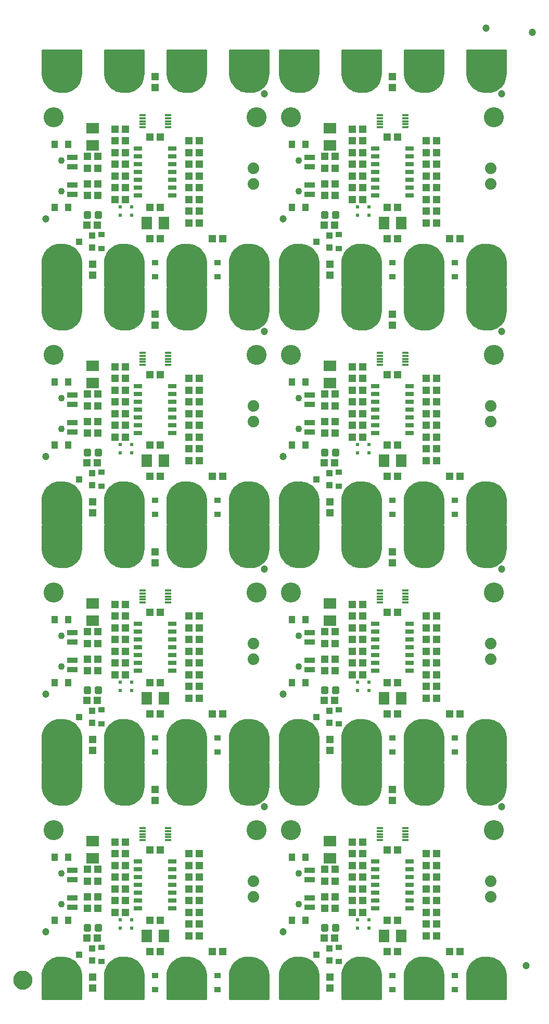
<source format=gts>
G75*
%MOIN*%
%OFA0B0*%
%FSLAX25Y25*%
%IPPOS*%
%LPD*%
%AMOC8*
5,1,8,0,0,1.08239X$1,22.5*
%
%ADD10C,0.07400*%
%ADD11R,0.05131X0.04737*%
%ADD12R,0.02375X0.02375*%
%ADD13R,0.07099X0.07887*%
%ADD14R,0.07887X0.07099*%
%ADD15C,0.01990*%
%ADD16C,0.04737*%
%ADD17C,0.20800*%
%ADD18C,0.01000*%
%ADD19R,0.04068X0.03280*%
%ADD20R,0.03950X0.04737*%
%ADD21R,0.06706X0.03556*%
%ADD22C,0.04343*%
%ADD23R,0.04331X0.01575*%
%ADD24R,0.04343X0.03950*%
%ADD25R,0.04737X0.05131*%
%ADD26C,0.12800*%
%ADD27R,0.05524X0.03162*%
%ADD28C,0.05000*%
%ADD29C,0.06706*%
D10*
X0216207Y0326400D03*
X0216207Y0336400D03*
X0216207Y0478400D03*
X0216207Y0488400D03*
X0216207Y0630400D03*
X0216207Y0640400D03*
X0216207Y0782400D03*
X0216207Y0792400D03*
X0368207Y0792400D03*
X0368207Y0782400D03*
X0368207Y0640400D03*
X0368207Y0630400D03*
X0368207Y0488400D03*
X0368207Y0478400D03*
X0368207Y0336400D03*
X0368207Y0326400D03*
D11*
X0348680Y0291400D03*
X0341987Y0291400D03*
X0333680Y0301400D03*
X0326987Y0301400D03*
X0326987Y0308900D03*
X0333680Y0308900D03*
X0333680Y0316400D03*
X0326987Y0316400D03*
X0326987Y0323900D03*
X0333680Y0323900D03*
X0333680Y0331400D03*
X0326987Y0331400D03*
X0326987Y0338900D03*
X0333680Y0338900D03*
X0333680Y0346400D03*
X0326987Y0346400D03*
X0326987Y0353900D03*
X0333680Y0353900D03*
X0308680Y0356400D03*
X0301987Y0356400D03*
X0286180Y0353900D03*
X0279487Y0353900D03*
X0279487Y0346400D03*
X0286180Y0346400D03*
X0286180Y0338900D03*
X0279487Y0338900D03*
X0279487Y0331400D03*
X0286180Y0331400D03*
X0286180Y0323900D03*
X0279487Y0323900D03*
X0279487Y0316400D03*
X0286180Y0316400D03*
X0301987Y0311400D03*
X0308680Y0311400D03*
X0308680Y0291400D03*
X0301987Y0291400D03*
X0268180Y0299900D03*
X0261487Y0299900D03*
X0261987Y0318900D03*
X0268680Y0318900D03*
X0268680Y0326400D03*
X0261987Y0326400D03*
X0261987Y0336400D03*
X0268680Y0336400D03*
X0268680Y0343900D03*
X0261987Y0343900D03*
X0279487Y0361400D03*
X0286180Y0361400D03*
X0301987Y0443400D03*
X0308680Y0443400D03*
X0308680Y0463400D03*
X0301987Y0463400D03*
X0286180Y0468400D03*
X0279487Y0468400D03*
X0279487Y0475900D03*
X0286180Y0475900D03*
X0286180Y0483400D03*
X0279487Y0483400D03*
X0279487Y0490900D03*
X0286180Y0490900D03*
X0286180Y0498400D03*
X0279487Y0498400D03*
X0279487Y0505900D03*
X0286180Y0505900D03*
X0286180Y0513400D03*
X0279487Y0513400D03*
X0268680Y0495900D03*
X0261987Y0495900D03*
X0261987Y0488400D03*
X0268680Y0488400D03*
X0268680Y0478400D03*
X0261987Y0478400D03*
X0261987Y0470900D03*
X0268680Y0470900D03*
X0268180Y0451900D03*
X0261487Y0451900D03*
X0301987Y0508400D03*
X0308680Y0508400D03*
X0326987Y0505900D03*
X0333680Y0505900D03*
X0333680Y0498400D03*
X0326987Y0498400D03*
X0326987Y0490900D03*
X0333680Y0490900D03*
X0333680Y0483400D03*
X0326987Y0483400D03*
X0326987Y0475900D03*
X0333680Y0475900D03*
X0333680Y0468400D03*
X0326987Y0468400D03*
X0326987Y0460900D03*
X0333680Y0460900D03*
X0333680Y0453400D03*
X0326987Y0453400D03*
X0341987Y0443400D03*
X0348680Y0443400D03*
X0348680Y0595400D03*
X0341987Y0595400D03*
X0333680Y0605400D03*
X0326987Y0605400D03*
X0326987Y0612900D03*
X0333680Y0612900D03*
X0333680Y0620400D03*
X0326987Y0620400D03*
X0326987Y0627900D03*
X0333680Y0627900D03*
X0333680Y0635400D03*
X0326987Y0635400D03*
X0326987Y0642900D03*
X0333680Y0642900D03*
X0333680Y0650400D03*
X0326987Y0650400D03*
X0326987Y0657900D03*
X0333680Y0657900D03*
X0308680Y0660400D03*
X0301987Y0660400D03*
X0286180Y0657900D03*
X0279487Y0657900D03*
X0279487Y0650400D03*
X0286180Y0650400D03*
X0286180Y0642900D03*
X0279487Y0642900D03*
X0279487Y0635400D03*
X0286180Y0635400D03*
X0286180Y0627900D03*
X0279487Y0627900D03*
X0279487Y0620400D03*
X0286180Y0620400D03*
X0301987Y0615400D03*
X0308680Y0615400D03*
X0308680Y0595400D03*
X0301987Y0595400D03*
X0268180Y0603900D03*
X0261487Y0603900D03*
X0261987Y0622900D03*
X0268680Y0622900D03*
X0268680Y0630400D03*
X0261987Y0630400D03*
X0261987Y0640400D03*
X0268680Y0640400D03*
X0268680Y0647900D03*
X0261987Y0647900D03*
X0279487Y0665400D03*
X0286180Y0665400D03*
X0301987Y0747400D03*
X0308680Y0747400D03*
X0308680Y0767400D03*
X0301987Y0767400D03*
X0286180Y0772400D03*
X0279487Y0772400D03*
X0279487Y0779900D03*
X0286180Y0779900D03*
X0286180Y0787400D03*
X0279487Y0787400D03*
X0279487Y0794900D03*
X0286180Y0794900D03*
X0286180Y0802400D03*
X0279487Y0802400D03*
X0279487Y0809900D03*
X0286180Y0809900D03*
X0286180Y0817400D03*
X0279487Y0817400D03*
X0268680Y0799900D03*
X0261987Y0799900D03*
X0261987Y0792400D03*
X0268680Y0792400D03*
X0268680Y0782400D03*
X0261987Y0782400D03*
X0261987Y0774900D03*
X0268680Y0774900D03*
X0268180Y0755900D03*
X0261487Y0755900D03*
X0301987Y0812400D03*
X0308680Y0812400D03*
X0326987Y0809900D03*
X0333680Y0809900D03*
X0333680Y0802400D03*
X0326987Y0802400D03*
X0326987Y0794900D03*
X0333680Y0794900D03*
X0333680Y0787400D03*
X0326987Y0787400D03*
X0326987Y0779900D03*
X0333680Y0779900D03*
X0333680Y0772400D03*
X0326987Y0772400D03*
X0326987Y0764900D03*
X0333680Y0764900D03*
X0333680Y0757400D03*
X0326987Y0757400D03*
X0341987Y0747400D03*
X0348680Y0747400D03*
X0196680Y0747400D03*
X0189987Y0747400D03*
X0181680Y0757400D03*
X0174987Y0757400D03*
X0174987Y0764900D03*
X0181680Y0764900D03*
X0181680Y0772400D03*
X0174987Y0772400D03*
X0174987Y0779900D03*
X0181680Y0779900D03*
X0181680Y0787400D03*
X0174987Y0787400D03*
X0174987Y0794900D03*
X0181680Y0794900D03*
X0181680Y0802400D03*
X0174987Y0802400D03*
X0174987Y0809900D03*
X0181680Y0809900D03*
X0156680Y0812400D03*
X0149987Y0812400D03*
X0134180Y0809900D03*
X0134180Y0802400D03*
X0134180Y0794900D03*
X0134180Y0787400D03*
X0134180Y0779900D03*
X0134180Y0772400D03*
X0127487Y0772400D03*
X0127487Y0779900D03*
X0127487Y0787400D03*
X0127487Y0794900D03*
X0127487Y0802400D03*
X0127487Y0809900D03*
X0127487Y0817400D03*
X0134180Y0817400D03*
X0116680Y0799900D03*
X0116680Y0792400D03*
X0116680Y0782400D03*
X0116680Y0774900D03*
X0109987Y0774900D03*
X0109987Y0782400D03*
X0109987Y0792400D03*
X0109987Y0799900D03*
X0109487Y0755900D03*
X0116180Y0755900D03*
X0149987Y0747400D03*
X0156680Y0747400D03*
X0156680Y0767400D03*
X0149987Y0767400D03*
X0134180Y0665400D03*
X0134180Y0657900D03*
X0134180Y0650400D03*
X0134180Y0642900D03*
X0134180Y0635400D03*
X0134180Y0627900D03*
X0134180Y0620400D03*
X0127487Y0620400D03*
X0127487Y0627900D03*
X0127487Y0635400D03*
X0127487Y0642900D03*
X0127487Y0650400D03*
X0127487Y0657900D03*
X0127487Y0665400D03*
X0116680Y0647900D03*
X0116680Y0640400D03*
X0116680Y0630400D03*
X0116680Y0622900D03*
X0109987Y0622900D03*
X0109987Y0630400D03*
X0109987Y0640400D03*
X0109987Y0647900D03*
X0109487Y0603900D03*
X0116180Y0603900D03*
X0149987Y0595400D03*
X0156680Y0595400D03*
X0156680Y0615400D03*
X0149987Y0615400D03*
X0174987Y0612900D03*
X0181680Y0612900D03*
X0181680Y0605400D03*
X0174987Y0605400D03*
X0174987Y0620400D03*
X0181680Y0620400D03*
X0181680Y0627900D03*
X0174987Y0627900D03*
X0174987Y0635400D03*
X0181680Y0635400D03*
X0181680Y0642900D03*
X0174987Y0642900D03*
X0174987Y0650400D03*
X0181680Y0650400D03*
X0181680Y0657900D03*
X0174987Y0657900D03*
X0156680Y0660400D03*
X0149987Y0660400D03*
X0189987Y0595400D03*
X0196680Y0595400D03*
X0156680Y0508400D03*
X0149987Y0508400D03*
X0134180Y0505900D03*
X0134180Y0498400D03*
X0134180Y0490900D03*
X0134180Y0483400D03*
X0134180Y0475900D03*
X0134180Y0468400D03*
X0127487Y0468400D03*
X0127487Y0475900D03*
X0127487Y0483400D03*
X0127487Y0490900D03*
X0127487Y0498400D03*
X0127487Y0505900D03*
X0127487Y0513400D03*
X0134180Y0513400D03*
X0116680Y0495900D03*
X0116680Y0488400D03*
X0116680Y0478400D03*
X0116680Y0470900D03*
X0109987Y0470900D03*
X0109987Y0478400D03*
X0109987Y0488400D03*
X0109987Y0495900D03*
X0109487Y0451900D03*
X0116180Y0451900D03*
X0149987Y0443400D03*
X0156680Y0443400D03*
X0156680Y0463400D03*
X0149987Y0463400D03*
X0174987Y0460900D03*
X0181680Y0460900D03*
X0181680Y0453400D03*
X0174987Y0453400D03*
X0174987Y0468400D03*
X0181680Y0468400D03*
X0181680Y0475900D03*
X0174987Y0475900D03*
X0174987Y0483400D03*
X0181680Y0483400D03*
X0181680Y0490900D03*
X0174987Y0490900D03*
X0174987Y0498400D03*
X0181680Y0498400D03*
X0181680Y0505900D03*
X0174987Y0505900D03*
X0189987Y0443400D03*
X0196680Y0443400D03*
X0156680Y0356400D03*
X0149987Y0356400D03*
X0134180Y0353900D03*
X0134180Y0346400D03*
X0134180Y0338900D03*
X0134180Y0331400D03*
X0134180Y0323900D03*
X0134180Y0316400D03*
X0127487Y0316400D03*
X0127487Y0323900D03*
X0127487Y0331400D03*
X0127487Y0338900D03*
X0127487Y0346400D03*
X0127487Y0353900D03*
X0127487Y0361400D03*
X0134180Y0361400D03*
X0116680Y0343900D03*
X0116680Y0336400D03*
X0109987Y0336400D03*
X0109987Y0343900D03*
X0109987Y0326400D03*
X0109987Y0318900D03*
X0116680Y0318900D03*
X0116680Y0326400D03*
X0116180Y0299900D03*
X0109487Y0299900D03*
X0149987Y0291400D03*
X0156680Y0291400D03*
X0156680Y0311400D03*
X0149987Y0311400D03*
X0174987Y0308900D03*
X0181680Y0308900D03*
X0181680Y0316400D03*
X0174987Y0316400D03*
X0174987Y0323900D03*
X0181680Y0323900D03*
X0181680Y0331400D03*
X0174987Y0331400D03*
X0174987Y0338900D03*
X0181680Y0338900D03*
X0181680Y0346400D03*
X0174987Y0346400D03*
X0174987Y0353900D03*
X0181680Y0353900D03*
X0181680Y0301400D03*
X0174987Y0301400D03*
X0189987Y0291400D03*
X0196680Y0291400D03*
D12*
X0138333Y0306144D03*
X0138333Y0311656D03*
X0130833Y0311656D03*
X0130833Y0306144D03*
X0130833Y0458144D03*
X0130833Y0463656D03*
X0138333Y0463656D03*
X0138333Y0458144D03*
X0138333Y0610144D03*
X0138333Y0615656D03*
X0130833Y0615656D03*
X0130833Y0610144D03*
X0130833Y0762144D03*
X0130833Y0767656D03*
X0138333Y0767656D03*
X0138333Y0762144D03*
X0282833Y0762144D03*
X0282833Y0767656D03*
X0290333Y0767656D03*
X0290333Y0762144D03*
X0290333Y0615656D03*
X0290333Y0610144D03*
X0282833Y0610144D03*
X0282833Y0615656D03*
X0282833Y0463656D03*
X0282833Y0458144D03*
X0290333Y0458144D03*
X0290333Y0463656D03*
X0290333Y0311656D03*
X0290333Y0306144D03*
X0282833Y0306144D03*
X0282833Y0311656D03*
D13*
X0299822Y0301400D03*
X0310845Y0301400D03*
X0310845Y0453400D03*
X0299822Y0453400D03*
X0299822Y0605400D03*
X0310845Y0605400D03*
X0310845Y0757400D03*
X0299822Y0757400D03*
X0158845Y0757400D03*
X0147822Y0757400D03*
X0147822Y0605400D03*
X0158845Y0605400D03*
X0158845Y0453400D03*
X0147822Y0453400D03*
X0147822Y0301400D03*
X0158845Y0301400D03*
D14*
X0113333Y0350888D03*
X0113333Y0361912D03*
X0113333Y0502888D03*
X0113333Y0513912D03*
X0113333Y0654888D03*
X0113333Y0665912D03*
X0113333Y0806888D03*
X0113333Y0817912D03*
X0265333Y0817912D03*
X0265333Y0806888D03*
X0265333Y0665912D03*
X0265333Y0654888D03*
X0265333Y0513912D03*
X0265333Y0502888D03*
X0265333Y0361912D03*
X0265333Y0350888D03*
D15*
X0263254Y0307773D02*
X0263254Y0305027D01*
X0260508Y0305027D01*
X0260508Y0307773D01*
X0263254Y0307773D01*
X0263254Y0306917D02*
X0260508Y0306917D01*
X0270159Y0307773D02*
X0270159Y0305027D01*
X0267413Y0305027D01*
X0267413Y0307773D01*
X0270159Y0307773D01*
X0270159Y0306917D02*
X0267413Y0306917D01*
X0270159Y0457027D02*
X0270159Y0459773D01*
X0270159Y0457027D02*
X0267413Y0457027D01*
X0267413Y0459773D01*
X0270159Y0459773D01*
X0270159Y0458917D02*
X0267413Y0458917D01*
X0263254Y0459773D02*
X0263254Y0457027D01*
X0260508Y0457027D01*
X0260508Y0459773D01*
X0263254Y0459773D01*
X0263254Y0458917D02*
X0260508Y0458917D01*
X0263254Y0609027D02*
X0263254Y0611773D01*
X0263254Y0609027D02*
X0260508Y0609027D01*
X0260508Y0611773D01*
X0263254Y0611773D01*
X0263254Y0610917D02*
X0260508Y0610917D01*
X0270159Y0611773D02*
X0270159Y0609027D01*
X0267413Y0609027D01*
X0267413Y0611773D01*
X0270159Y0611773D01*
X0270159Y0610917D02*
X0267413Y0610917D01*
X0270159Y0761027D02*
X0270159Y0763773D01*
X0270159Y0761027D02*
X0267413Y0761027D01*
X0267413Y0763773D01*
X0270159Y0763773D01*
X0270159Y0762917D02*
X0267413Y0762917D01*
X0263254Y0763773D02*
X0263254Y0761027D01*
X0260508Y0761027D01*
X0260508Y0763773D01*
X0263254Y0763773D01*
X0263254Y0762917D02*
X0260508Y0762917D01*
X0118159Y0763773D02*
X0118159Y0761027D01*
X0115413Y0761027D01*
X0115413Y0763773D01*
X0118159Y0763773D01*
X0118159Y0762917D02*
X0115413Y0762917D01*
X0111254Y0763773D02*
X0111254Y0761027D01*
X0108508Y0761027D01*
X0108508Y0763773D01*
X0111254Y0763773D01*
X0111254Y0762917D02*
X0108508Y0762917D01*
X0111254Y0611773D02*
X0111254Y0609027D01*
X0108508Y0609027D01*
X0108508Y0611773D01*
X0111254Y0611773D01*
X0111254Y0610917D02*
X0108508Y0610917D01*
X0118159Y0611773D02*
X0118159Y0609027D01*
X0115413Y0609027D01*
X0115413Y0611773D01*
X0118159Y0611773D01*
X0118159Y0610917D02*
X0115413Y0610917D01*
X0118159Y0459773D02*
X0118159Y0457027D01*
X0115413Y0457027D01*
X0115413Y0459773D01*
X0118159Y0459773D01*
X0118159Y0458917D02*
X0115413Y0458917D01*
X0111254Y0459773D02*
X0111254Y0457027D01*
X0108508Y0457027D01*
X0108508Y0459773D01*
X0111254Y0459773D01*
X0111254Y0458917D02*
X0108508Y0458917D01*
X0111254Y0307773D02*
X0111254Y0305027D01*
X0108508Y0305027D01*
X0108508Y0307773D01*
X0111254Y0307773D01*
X0111254Y0306917D02*
X0108508Y0306917D01*
X0118159Y0307773D02*
X0118159Y0305027D01*
X0115413Y0305027D01*
X0115413Y0307773D01*
X0118159Y0307773D01*
X0118159Y0306917D02*
X0115413Y0306917D01*
D16*
X0083333Y0303900D03*
X0083333Y0455900D03*
X0083333Y0607900D03*
X0083333Y0759900D03*
X0223333Y0687900D03*
X0235333Y0759900D03*
X0223333Y0839900D03*
X0365333Y0881900D03*
X0394833Y0879400D03*
X0375333Y0839900D03*
X0375333Y0687900D03*
X0375333Y0535900D03*
X0375333Y0383900D03*
X0390833Y0282400D03*
X0235333Y0303900D03*
X0223333Y0383900D03*
X0235333Y0455900D03*
X0223333Y0535900D03*
X0235333Y0607900D03*
D17*
X0245333Y0579400D03*
X0245333Y0549400D03*
X0213333Y0549400D03*
X0213333Y0579400D03*
X0173333Y0579400D03*
X0173333Y0549400D03*
X0133333Y0549400D03*
X0133333Y0579400D03*
X0093333Y0579400D03*
X0093333Y0549400D03*
X0093333Y0427400D03*
X0093333Y0397400D03*
X0133333Y0397400D03*
X0133333Y0427400D03*
X0173333Y0427400D03*
X0173333Y0397400D03*
X0213333Y0397400D03*
X0213333Y0427400D03*
X0245333Y0427400D03*
X0245333Y0397400D03*
X0285333Y0397400D03*
X0285333Y0427400D03*
X0325333Y0427400D03*
X0325333Y0397400D03*
X0365333Y0397400D03*
X0365333Y0427400D03*
X0365333Y0549400D03*
X0365333Y0579400D03*
X0325333Y0579400D03*
X0325333Y0549400D03*
X0285333Y0549400D03*
X0285333Y0579400D03*
X0285333Y0701400D03*
X0285333Y0731400D03*
X0325333Y0731400D03*
X0325333Y0701400D03*
X0365333Y0701400D03*
X0365333Y0731400D03*
X0365333Y0853400D03*
X0325333Y0853400D03*
X0285333Y0853400D03*
X0245333Y0853400D03*
X0213333Y0853400D03*
X0173333Y0853400D03*
X0133333Y0853400D03*
X0093333Y0853400D03*
X0093333Y0731400D03*
X0093333Y0701400D03*
X0133333Y0701400D03*
X0133333Y0731400D03*
X0173333Y0731400D03*
X0173333Y0701400D03*
X0213333Y0701400D03*
X0213333Y0731400D03*
X0245333Y0731400D03*
X0245333Y0701400D03*
X0245333Y0275400D03*
X0213333Y0275400D03*
X0173333Y0275400D03*
X0133333Y0275400D03*
X0093333Y0275400D03*
X0285333Y0275400D03*
X0325333Y0275400D03*
X0365333Y0275400D03*
D18*
X0080933Y0276000D02*
X0080933Y0261000D01*
X0105733Y0261000D01*
X0105733Y0276400D01*
X0105528Y0278073D01*
X0105086Y0279700D01*
X0104418Y0281248D01*
X0103536Y0282684D01*
X0102458Y0283981D01*
X0101207Y0285111D01*
X0099808Y0286051D01*
X0098289Y0286783D01*
X0096682Y0287291D01*
X0095019Y0287565D01*
X0093333Y0287600D01*
X0091733Y0287646D01*
X0090143Y0287466D01*
X0088594Y0287062D01*
X0087118Y0286443D01*
X0085745Y0285621D01*
X0084501Y0284613D01*
X0083413Y0283440D01*
X0082502Y0282124D01*
X0081786Y0280693D01*
X0081280Y0279174D01*
X0080994Y0277599D01*
X0080933Y0276000D01*
X0080948Y0276378D02*
X0105733Y0276378D01*
X0105733Y0275379D02*
X0080933Y0275379D01*
X0080933Y0274381D02*
X0105733Y0274381D01*
X0105733Y0273382D02*
X0080933Y0273382D01*
X0080933Y0272384D02*
X0105733Y0272384D01*
X0105733Y0271385D02*
X0080933Y0271385D01*
X0080933Y0270387D02*
X0105733Y0270387D01*
X0105733Y0269388D02*
X0080933Y0269388D01*
X0080933Y0268390D02*
X0105733Y0268390D01*
X0105733Y0267391D02*
X0080933Y0267391D01*
X0080933Y0266393D02*
X0105733Y0266393D01*
X0105733Y0265394D02*
X0080933Y0265394D01*
X0080933Y0264396D02*
X0105733Y0264396D01*
X0105733Y0263397D02*
X0080933Y0263397D01*
X0080933Y0262399D02*
X0105733Y0262399D01*
X0105733Y0261400D02*
X0080933Y0261400D01*
X0080985Y0277376D02*
X0105613Y0277376D01*
X0105446Y0278375D02*
X0081135Y0278375D01*
X0081346Y0279373D02*
X0105175Y0279373D01*
X0104796Y0280372D02*
X0081679Y0280372D01*
X0082125Y0281370D02*
X0104342Y0281370D01*
X0103729Y0282369D02*
X0082671Y0282369D01*
X0083363Y0283367D02*
X0102968Y0283367D01*
X0102032Y0284366D02*
X0084272Y0284366D01*
X0085428Y0285364D02*
X0100830Y0285364D01*
X0099161Y0286363D02*
X0086985Y0286363D01*
X0089743Y0287361D02*
X0096256Y0287361D01*
X0121280Y0279174D02*
X0121786Y0280693D01*
X0122502Y0282124D01*
X0123413Y0283440D01*
X0124501Y0284613D01*
X0125745Y0285621D01*
X0127118Y0286443D01*
X0128594Y0287062D01*
X0130143Y0287466D01*
X0131733Y0287646D01*
X0133333Y0287600D01*
X0135019Y0287565D01*
X0136682Y0287291D01*
X0138289Y0286783D01*
X0139808Y0286051D01*
X0141207Y0285111D01*
X0142458Y0283981D01*
X0143536Y0282684D01*
X0144418Y0281248D01*
X0145086Y0279700D01*
X0145528Y0278073D01*
X0145733Y0276400D01*
X0145733Y0261000D01*
X0120933Y0261000D01*
X0120933Y0276000D01*
X0120994Y0277599D01*
X0121280Y0279174D01*
X0121346Y0279373D02*
X0145175Y0279373D01*
X0145446Y0278375D02*
X0121135Y0278375D01*
X0120985Y0277376D02*
X0145613Y0277376D01*
X0145733Y0276378D02*
X0120948Y0276378D01*
X0120933Y0275379D02*
X0145733Y0275379D01*
X0145733Y0274381D02*
X0120933Y0274381D01*
X0120933Y0273382D02*
X0145733Y0273382D01*
X0145733Y0272384D02*
X0120933Y0272384D01*
X0120933Y0271385D02*
X0145733Y0271385D01*
X0145733Y0270387D02*
X0120933Y0270387D01*
X0120933Y0269388D02*
X0145733Y0269388D01*
X0145733Y0268390D02*
X0120933Y0268390D01*
X0120933Y0267391D02*
X0145733Y0267391D01*
X0145733Y0266393D02*
X0120933Y0266393D01*
X0120933Y0265394D02*
X0145733Y0265394D01*
X0145733Y0264396D02*
X0120933Y0264396D01*
X0120933Y0263397D02*
X0145733Y0263397D01*
X0145733Y0262399D02*
X0120933Y0262399D01*
X0120933Y0261400D02*
X0145733Y0261400D01*
X0160933Y0261400D02*
X0185733Y0261400D01*
X0185733Y0261000D02*
X0185733Y0276400D01*
X0185528Y0278073D01*
X0185086Y0279700D01*
X0184418Y0281248D01*
X0183536Y0282684D01*
X0182458Y0283981D01*
X0181207Y0285111D01*
X0179808Y0286051D01*
X0178289Y0286783D01*
X0176682Y0287291D01*
X0175019Y0287565D01*
X0173333Y0287600D01*
X0171733Y0287646D01*
X0170143Y0287466D01*
X0168594Y0287062D01*
X0167118Y0286443D01*
X0165745Y0285621D01*
X0164501Y0284613D01*
X0163413Y0283440D01*
X0162502Y0282124D01*
X0161786Y0280693D01*
X0161280Y0279174D01*
X0160994Y0277599D01*
X0160933Y0276000D01*
X0160933Y0261000D01*
X0185733Y0261000D01*
X0185733Y0262399D02*
X0160933Y0262399D01*
X0160933Y0263397D02*
X0185733Y0263397D01*
X0185733Y0264396D02*
X0160933Y0264396D01*
X0160933Y0265394D02*
X0185733Y0265394D01*
X0185733Y0266393D02*
X0160933Y0266393D01*
X0160933Y0267391D02*
X0185733Y0267391D01*
X0185733Y0268390D02*
X0160933Y0268390D01*
X0160933Y0269388D02*
X0185733Y0269388D01*
X0185733Y0270387D02*
X0160933Y0270387D01*
X0160933Y0271385D02*
X0185733Y0271385D01*
X0185733Y0272384D02*
X0160933Y0272384D01*
X0160933Y0273382D02*
X0185733Y0273382D01*
X0185733Y0274381D02*
X0160933Y0274381D01*
X0160933Y0275379D02*
X0185733Y0275379D01*
X0185733Y0276378D02*
X0160948Y0276378D01*
X0160985Y0277376D02*
X0185613Y0277376D01*
X0185446Y0278375D02*
X0161135Y0278375D01*
X0161346Y0279373D02*
X0185175Y0279373D01*
X0184796Y0280372D02*
X0161679Y0280372D01*
X0162125Y0281370D02*
X0184342Y0281370D01*
X0183729Y0282369D02*
X0162671Y0282369D01*
X0163363Y0283367D02*
X0182968Y0283367D01*
X0182032Y0284366D02*
X0164272Y0284366D01*
X0165428Y0285364D02*
X0180830Y0285364D01*
X0179161Y0286363D02*
X0166985Y0286363D01*
X0169743Y0287361D02*
X0176256Y0287361D01*
X0201280Y0279174D02*
X0201786Y0280693D01*
X0202502Y0282124D01*
X0203413Y0283440D01*
X0204501Y0284613D01*
X0205745Y0285621D01*
X0207118Y0286443D01*
X0208594Y0287062D01*
X0210143Y0287466D01*
X0211733Y0287646D01*
X0213333Y0287600D01*
X0215019Y0287565D01*
X0216682Y0287291D01*
X0218289Y0286783D01*
X0219808Y0286051D01*
X0221207Y0285111D01*
X0222458Y0283981D01*
X0223536Y0282684D01*
X0224418Y0281248D01*
X0225086Y0279700D01*
X0225528Y0278073D01*
X0225733Y0276400D01*
X0225733Y0261000D01*
X0200933Y0261000D01*
X0200933Y0276000D01*
X0200994Y0277599D01*
X0201280Y0279174D01*
X0201346Y0279373D02*
X0225175Y0279373D01*
X0225446Y0278375D02*
X0201135Y0278375D01*
X0200985Y0277376D02*
X0225613Y0277376D01*
X0225733Y0276378D02*
X0200948Y0276378D01*
X0200933Y0275379D02*
X0225733Y0275379D01*
X0225733Y0274381D02*
X0200933Y0274381D01*
X0200933Y0273382D02*
X0225733Y0273382D01*
X0225733Y0272384D02*
X0200933Y0272384D01*
X0200933Y0271385D02*
X0225733Y0271385D01*
X0225733Y0270387D02*
X0200933Y0270387D01*
X0200933Y0269388D02*
X0225733Y0269388D01*
X0225733Y0268390D02*
X0200933Y0268390D01*
X0200933Y0267391D02*
X0225733Y0267391D01*
X0225733Y0266393D02*
X0200933Y0266393D01*
X0200933Y0265394D02*
X0225733Y0265394D01*
X0225733Y0264396D02*
X0200933Y0264396D01*
X0200933Y0263397D02*
X0225733Y0263397D01*
X0225733Y0262399D02*
X0200933Y0262399D01*
X0200933Y0261400D02*
X0225733Y0261400D01*
X0232933Y0261400D02*
X0257733Y0261400D01*
X0257733Y0261000D02*
X0257733Y0276400D01*
X0257528Y0278073D01*
X0257086Y0279700D01*
X0256418Y0281248D01*
X0255536Y0282684D01*
X0254458Y0283981D01*
X0253207Y0285111D01*
X0251808Y0286051D01*
X0250289Y0286783D01*
X0248682Y0287291D01*
X0247019Y0287565D01*
X0245333Y0287600D01*
X0243733Y0287646D01*
X0242143Y0287466D01*
X0240594Y0287062D01*
X0239118Y0286443D01*
X0237745Y0285621D01*
X0236501Y0284613D01*
X0235413Y0283440D01*
X0234502Y0282124D01*
X0233786Y0280693D01*
X0233280Y0279174D01*
X0232994Y0277599D01*
X0232933Y0276000D01*
X0232933Y0261000D01*
X0257733Y0261000D01*
X0257733Y0262399D02*
X0232933Y0262399D01*
X0232933Y0263397D02*
X0257733Y0263397D01*
X0257733Y0264396D02*
X0232933Y0264396D01*
X0232933Y0265394D02*
X0257733Y0265394D01*
X0257733Y0266393D02*
X0232933Y0266393D01*
X0232933Y0267391D02*
X0257733Y0267391D01*
X0257733Y0268390D02*
X0232933Y0268390D01*
X0232933Y0269388D02*
X0257733Y0269388D01*
X0257733Y0270387D02*
X0232933Y0270387D01*
X0232933Y0271385D02*
X0257733Y0271385D01*
X0257733Y0272384D02*
X0232933Y0272384D01*
X0232933Y0273382D02*
X0257733Y0273382D01*
X0257733Y0274381D02*
X0232933Y0274381D01*
X0232933Y0275379D02*
X0257733Y0275379D01*
X0257733Y0276378D02*
X0232948Y0276378D01*
X0232985Y0277376D02*
X0257613Y0277376D01*
X0257446Y0278375D02*
X0233135Y0278375D01*
X0233346Y0279373D02*
X0257175Y0279373D01*
X0256796Y0280372D02*
X0233679Y0280372D01*
X0234125Y0281370D02*
X0256342Y0281370D01*
X0255729Y0282369D02*
X0234671Y0282369D01*
X0235363Y0283367D02*
X0254968Y0283367D01*
X0254032Y0284366D02*
X0236272Y0284366D01*
X0237428Y0285364D02*
X0252830Y0285364D01*
X0251161Y0286363D02*
X0238985Y0286363D01*
X0241743Y0287361D02*
X0248256Y0287361D01*
X0224796Y0280372D02*
X0201679Y0280372D01*
X0202125Y0281370D02*
X0224342Y0281370D01*
X0223729Y0282369D02*
X0202671Y0282369D01*
X0203363Y0283367D02*
X0222968Y0283367D01*
X0222032Y0284366D02*
X0204272Y0284366D01*
X0205428Y0285364D02*
X0220830Y0285364D01*
X0219161Y0286363D02*
X0206985Y0286363D01*
X0209743Y0287361D02*
X0216256Y0287361D01*
X0272994Y0277599D02*
X0273280Y0279174D01*
X0273786Y0280693D01*
X0274502Y0282124D01*
X0275413Y0283440D01*
X0276501Y0284613D01*
X0277745Y0285621D01*
X0279118Y0286443D01*
X0280594Y0287062D01*
X0282143Y0287466D01*
X0283733Y0287646D01*
X0285333Y0287600D01*
X0287019Y0287565D01*
X0288682Y0287291D01*
X0290289Y0286783D01*
X0291808Y0286051D01*
X0293207Y0285111D01*
X0294458Y0283981D01*
X0295536Y0282684D01*
X0296418Y0281248D01*
X0297086Y0279700D01*
X0297528Y0278073D01*
X0297733Y0276400D01*
X0297733Y0261000D01*
X0272933Y0261000D01*
X0272933Y0276000D01*
X0272994Y0277599D01*
X0272985Y0277376D02*
X0297613Y0277376D01*
X0297733Y0276378D02*
X0272948Y0276378D01*
X0272933Y0275379D02*
X0297733Y0275379D01*
X0297733Y0274381D02*
X0272933Y0274381D01*
X0272933Y0273382D02*
X0297733Y0273382D01*
X0297733Y0272384D02*
X0272933Y0272384D01*
X0272933Y0271385D02*
X0297733Y0271385D01*
X0297733Y0270387D02*
X0272933Y0270387D01*
X0272933Y0269388D02*
X0297733Y0269388D01*
X0297733Y0268390D02*
X0272933Y0268390D01*
X0272933Y0267391D02*
X0297733Y0267391D01*
X0297733Y0266393D02*
X0272933Y0266393D01*
X0272933Y0265394D02*
X0297733Y0265394D01*
X0297733Y0264396D02*
X0272933Y0264396D01*
X0272933Y0263397D02*
X0297733Y0263397D01*
X0297733Y0262399D02*
X0272933Y0262399D01*
X0272933Y0261400D02*
X0297733Y0261400D01*
X0312933Y0261400D02*
X0337733Y0261400D01*
X0337733Y0261000D02*
X0337733Y0276400D01*
X0337528Y0278073D01*
X0337086Y0279700D01*
X0336418Y0281248D01*
X0335536Y0282684D01*
X0334458Y0283981D01*
X0333207Y0285111D01*
X0331808Y0286051D01*
X0330289Y0286783D01*
X0328682Y0287291D01*
X0327019Y0287565D01*
X0325333Y0287600D01*
X0323733Y0287646D01*
X0322143Y0287466D01*
X0320594Y0287062D01*
X0319118Y0286443D01*
X0317745Y0285621D01*
X0316501Y0284613D01*
X0315413Y0283440D01*
X0314502Y0282124D01*
X0313786Y0280693D01*
X0313280Y0279174D01*
X0312994Y0277599D01*
X0312933Y0276000D01*
X0312933Y0261000D01*
X0337733Y0261000D01*
X0337733Y0262399D02*
X0312933Y0262399D01*
X0312933Y0263397D02*
X0337733Y0263397D01*
X0337733Y0264396D02*
X0312933Y0264396D01*
X0312933Y0265394D02*
X0337733Y0265394D01*
X0337733Y0266393D02*
X0312933Y0266393D01*
X0312933Y0267391D02*
X0337733Y0267391D01*
X0337733Y0268390D02*
X0312933Y0268390D01*
X0312933Y0269388D02*
X0337733Y0269388D01*
X0337733Y0270387D02*
X0312933Y0270387D01*
X0312933Y0271385D02*
X0337733Y0271385D01*
X0337733Y0272384D02*
X0312933Y0272384D01*
X0312933Y0273382D02*
X0337733Y0273382D01*
X0337733Y0274381D02*
X0312933Y0274381D01*
X0312933Y0275379D02*
X0337733Y0275379D01*
X0337733Y0276378D02*
X0312948Y0276378D01*
X0312985Y0277376D02*
X0337613Y0277376D01*
X0337446Y0278375D02*
X0313135Y0278375D01*
X0313346Y0279373D02*
X0337175Y0279373D01*
X0336796Y0280372D02*
X0313679Y0280372D01*
X0314125Y0281370D02*
X0336342Y0281370D01*
X0335729Y0282369D02*
X0314671Y0282369D01*
X0315363Y0283367D02*
X0334968Y0283367D01*
X0334032Y0284366D02*
X0316272Y0284366D01*
X0317428Y0285364D02*
X0332830Y0285364D01*
X0331161Y0286363D02*
X0318985Y0286363D01*
X0321743Y0287361D02*
X0328256Y0287361D01*
X0353280Y0279174D02*
X0353786Y0280693D01*
X0354502Y0282124D01*
X0355413Y0283440D01*
X0356501Y0284613D01*
X0357745Y0285621D01*
X0359118Y0286443D01*
X0360594Y0287062D01*
X0362143Y0287466D01*
X0363733Y0287646D01*
X0365333Y0287600D01*
X0367019Y0287565D01*
X0368682Y0287291D01*
X0370289Y0286783D01*
X0371808Y0286051D01*
X0373207Y0285111D01*
X0374458Y0283981D01*
X0375536Y0282684D01*
X0376418Y0281248D01*
X0377086Y0279700D01*
X0377528Y0278073D01*
X0377733Y0276400D01*
X0377733Y0261000D01*
X0352933Y0261000D01*
X0352933Y0276000D01*
X0352994Y0277599D01*
X0353280Y0279174D01*
X0353346Y0279373D02*
X0377175Y0279373D01*
X0377446Y0278375D02*
X0353135Y0278375D01*
X0352985Y0277376D02*
X0377613Y0277376D01*
X0377733Y0276378D02*
X0352948Y0276378D01*
X0352933Y0275379D02*
X0377733Y0275379D01*
X0377733Y0274381D02*
X0352933Y0274381D01*
X0352933Y0273382D02*
X0377733Y0273382D01*
X0377733Y0272384D02*
X0352933Y0272384D01*
X0352933Y0271385D02*
X0377733Y0271385D01*
X0377733Y0270387D02*
X0352933Y0270387D01*
X0352933Y0269388D02*
X0377733Y0269388D01*
X0377733Y0268390D02*
X0352933Y0268390D01*
X0352933Y0267391D02*
X0377733Y0267391D01*
X0377733Y0266393D02*
X0352933Y0266393D01*
X0352933Y0265394D02*
X0377733Y0265394D01*
X0377733Y0264396D02*
X0352933Y0264396D01*
X0352933Y0263397D02*
X0377733Y0263397D01*
X0377733Y0262399D02*
X0352933Y0262399D01*
X0352933Y0261400D02*
X0377733Y0261400D01*
X0376796Y0280372D02*
X0353679Y0280372D01*
X0354125Y0281370D02*
X0376342Y0281370D01*
X0375729Y0282369D02*
X0354671Y0282369D01*
X0355363Y0283367D02*
X0374968Y0283367D01*
X0374032Y0284366D02*
X0356272Y0284366D01*
X0357428Y0285364D02*
X0372830Y0285364D01*
X0371161Y0286363D02*
X0358985Y0286363D01*
X0361743Y0287361D02*
X0368256Y0287361D01*
X0366933Y0385154D02*
X0365333Y0385200D01*
X0363648Y0385235D01*
X0361985Y0385509D01*
X0360377Y0386017D01*
X0358859Y0386749D01*
X0357459Y0387689D01*
X0356208Y0388819D01*
X0355131Y0390116D01*
X0354249Y0391552D01*
X0353580Y0393100D01*
X0353139Y0394727D01*
X0352933Y0396400D01*
X0352933Y0411800D01*
X0377733Y0411800D01*
X0377733Y0396800D01*
X0377673Y0395201D01*
X0377387Y0393626D01*
X0376881Y0392107D01*
X0376165Y0390676D01*
X0375253Y0389360D01*
X0374165Y0388187D01*
X0372922Y0387179D01*
X0371548Y0386357D01*
X0370072Y0385738D01*
X0368523Y0385334D01*
X0366933Y0385154D01*
X0367476Y0385215D02*
X0364586Y0385215D01*
X0359969Y0386214D02*
X0371206Y0386214D01*
X0372963Y0387212D02*
X0358169Y0387212D01*
X0356882Y0388211D02*
X0374188Y0388211D01*
X0375114Y0389209D02*
X0355884Y0389209D01*
X0355074Y0390208D02*
X0375841Y0390208D01*
X0376430Y0391206D02*
X0354461Y0391206D01*
X0353967Y0392205D02*
X0376913Y0392205D01*
X0377246Y0393203D02*
X0353552Y0393203D01*
X0353281Y0394202D02*
X0377491Y0394202D01*
X0377673Y0395201D02*
X0353081Y0395201D01*
X0352958Y0396199D02*
X0377711Y0396199D01*
X0377733Y0397198D02*
X0352933Y0397198D01*
X0352933Y0398196D02*
X0377733Y0398196D01*
X0377733Y0399195D02*
X0352933Y0399195D01*
X0352933Y0400193D02*
X0377733Y0400193D01*
X0377733Y0401192D02*
X0352933Y0401192D01*
X0352933Y0402190D02*
X0377733Y0402190D01*
X0377733Y0403189D02*
X0352933Y0403189D01*
X0352933Y0404187D02*
X0377733Y0404187D01*
X0377733Y0405186D02*
X0352933Y0405186D01*
X0352933Y0406184D02*
X0377733Y0406184D01*
X0377733Y0407183D02*
X0352933Y0407183D01*
X0352933Y0408181D02*
X0377733Y0408181D01*
X0377733Y0409180D02*
X0352933Y0409180D01*
X0352933Y0410178D02*
X0377733Y0410178D01*
X0377733Y0411177D02*
X0352933Y0411177D01*
X0352933Y0413000D02*
X0352933Y0428000D01*
X0352994Y0429599D01*
X0353280Y0431174D01*
X0353786Y0432693D01*
X0354502Y0434124D01*
X0355413Y0435440D01*
X0356501Y0436613D01*
X0357745Y0437621D01*
X0359118Y0438443D01*
X0360594Y0439062D01*
X0362143Y0439466D01*
X0363733Y0439646D01*
X0365333Y0439600D01*
X0367019Y0439565D01*
X0368682Y0439291D01*
X0370289Y0438783D01*
X0371808Y0438051D01*
X0373207Y0437111D01*
X0374458Y0435981D01*
X0375536Y0434684D01*
X0376418Y0433248D01*
X0377086Y0431700D01*
X0377528Y0430073D01*
X0377733Y0428400D01*
X0377733Y0413000D01*
X0352933Y0413000D01*
X0352933Y0413174D02*
X0377733Y0413174D01*
X0377733Y0414172D02*
X0352933Y0414172D01*
X0352933Y0415171D02*
X0377733Y0415171D01*
X0377733Y0416169D02*
X0352933Y0416169D01*
X0352933Y0417168D02*
X0377733Y0417168D01*
X0377733Y0418166D02*
X0352933Y0418166D01*
X0352933Y0419165D02*
X0377733Y0419165D01*
X0377733Y0420163D02*
X0352933Y0420163D01*
X0352933Y0421162D02*
X0377733Y0421162D01*
X0377733Y0422160D02*
X0352933Y0422160D01*
X0352933Y0423159D02*
X0377733Y0423159D01*
X0377733Y0424157D02*
X0352933Y0424157D01*
X0352933Y0425156D02*
X0377733Y0425156D01*
X0377733Y0426154D02*
X0352933Y0426154D01*
X0352933Y0427153D02*
X0377733Y0427153D01*
X0377733Y0428151D02*
X0352939Y0428151D01*
X0352977Y0429150D02*
X0377641Y0429150D01*
X0377507Y0430148D02*
X0353093Y0430148D01*
X0353275Y0431147D02*
X0377236Y0431147D01*
X0376894Y0432145D02*
X0353604Y0432145D01*
X0354012Y0433144D02*
X0376463Y0433144D01*
X0375868Y0434142D02*
X0354515Y0434142D01*
X0355206Y0435141D02*
X0375156Y0435141D01*
X0374283Y0436139D02*
X0356062Y0436139D01*
X0357149Y0437138D02*
X0373167Y0437138D01*
X0371631Y0438137D02*
X0358606Y0438137D01*
X0360875Y0439135D02*
X0369176Y0439135D01*
X0337528Y0430073D02*
X0337733Y0428400D01*
X0337733Y0413000D01*
X0312933Y0413000D01*
X0312933Y0428000D01*
X0312994Y0429599D01*
X0313280Y0431174D01*
X0313786Y0432693D01*
X0314502Y0434124D01*
X0315413Y0435440D01*
X0316501Y0436613D01*
X0317745Y0437621D01*
X0319118Y0438443D01*
X0320594Y0439062D01*
X0322143Y0439466D01*
X0323733Y0439646D01*
X0325333Y0439600D01*
X0327019Y0439565D01*
X0328682Y0439291D01*
X0330289Y0438783D01*
X0331808Y0438051D01*
X0333207Y0437111D01*
X0334458Y0435981D01*
X0335536Y0434684D01*
X0336418Y0433248D01*
X0337086Y0431700D01*
X0337528Y0430073D01*
X0337507Y0430148D02*
X0313093Y0430148D01*
X0312977Y0429150D02*
X0337641Y0429150D01*
X0337733Y0428151D02*
X0312939Y0428151D01*
X0312933Y0427153D02*
X0337733Y0427153D01*
X0337733Y0426154D02*
X0312933Y0426154D01*
X0312933Y0425156D02*
X0337733Y0425156D01*
X0337733Y0424157D02*
X0312933Y0424157D01*
X0312933Y0423159D02*
X0337733Y0423159D01*
X0337733Y0422160D02*
X0312933Y0422160D01*
X0312933Y0421162D02*
X0337733Y0421162D01*
X0337733Y0420163D02*
X0312933Y0420163D01*
X0312933Y0419165D02*
X0337733Y0419165D01*
X0337733Y0418166D02*
X0312933Y0418166D01*
X0312933Y0417168D02*
X0337733Y0417168D01*
X0337733Y0416169D02*
X0312933Y0416169D01*
X0312933Y0415171D02*
X0337733Y0415171D01*
X0337733Y0414172D02*
X0312933Y0414172D01*
X0312933Y0413174D02*
X0337733Y0413174D01*
X0337733Y0411800D02*
X0337733Y0396800D01*
X0337673Y0395201D01*
X0337387Y0393626D01*
X0336881Y0392107D01*
X0336165Y0390676D01*
X0335253Y0389360D01*
X0334165Y0388187D01*
X0332922Y0387179D01*
X0331548Y0386357D01*
X0330072Y0385738D01*
X0328523Y0385334D01*
X0326933Y0385154D01*
X0325333Y0385200D01*
X0323648Y0385235D01*
X0321985Y0385509D01*
X0320377Y0386017D01*
X0318859Y0386749D01*
X0317459Y0387689D01*
X0316208Y0388819D01*
X0315131Y0390116D01*
X0314249Y0391552D01*
X0313580Y0393100D01*
X0313139Y0394727D01*
X0312933Y0396400D01*
X0312933Y0411800D01*
X0337733Y0411800D01*
X0337733Y0411177D02*
X0312933Y0411177D01*
X0312933Y0410178D02*
X0337733Y0410178D01*
X0337733Y0409180D02*
X0312933Y0409180D01*
X0312933Y0408181D02*
X0337733Y0408181D01*
X0337733Y0407183D02*
X0312933Y0407183D01*
X0312933Y0406184D02*
X0337733Y0406184D01*
X0337733Y0405186D02*
X0312933Y0405186D01*
X0312933Y0404187D02*
X0337733Y0404187D01*
X0337733Y0403189D02*
X0312933Y0403189D01*
X0312933Y0402190D02*
X0337733Y0402190D01*
X0337733Y0401192D02*
X0312933Y0401192D01*
X0312933Y0400193D02*
X0337733Y0400193D01*
X0337733Y0399195D02*
X0312933Y0399195D01*
X0312933Y0398196D02*
X0337733Y0398196D01*
X0337733Y0397198D02*
X0312933Y0397198D01*
X0312958Y0396199D02*
X0337711Y0396199D01*
X0337673Y0395201D02*
X0313081Y0395201D01*
X0313281Y0394202D02*
X0337491Y0394202D01*
X0337246Y0393203D02*
X0313552Y0393203D01*
X0313967Y0392205D02*
X0336913Y0392205D01*
X0336430Y0391206D02*
X0314461Y0391206D01*
X0315074Y0390208D02*
X0335841Y0390208D01*
X0335114Y0389209D02*
X0315884Y0389209D01*
X0316882Y0388211D02*
X0334188Y0388211D01*
X0332963Y0387212D02*
X0318169Y0387212D01*
X0319969Y0386214D02*
X0331206Y0386214D01*
X0327476Y0385215D02*
X0324586Y0385215D01*
X0297387Y0393626D02*
X0296881Y0392107D01*
X0296165Y0390676D01*
X0295253Y0389360D01*
X0294165Y0388187D01*
X0292922Y0387179D01*
X0291548Y0386357D01*
X0290072Y0385738D01*
X0288523Y0385334D01*
X0286933Y0385154D01*
X0285333Y0385200D01*
X0283648Y0385235D01*
X0281985Y0385509D01*
X0280377Y0386017D01*
X0278859Y0386749D01*
X0277459Y0387689D01*
X0276208Y0388819D01*
X0275131Y0390116D01*
X0274249Y0391552D01*
X0273580Y0393100D01*
X0273139Y0394727D01*
X0272933Y0396400D01*
X0272933Y0411800D01*
X0297733Y0411800D01*
X0297733Y0396800D01*
X0297673Y0395201D01*
X0297387Y0393626D01*
X0297246Y0393203D02*
X0273552Y0393203D01*
X0273281Y0394202D02*
X0297491Y0394202D01*
X0297673Y0395201D02*
X0273081Y0395201D01*
X0272958Y0396199D02*
X0297711Y0396199D01*
X0297733Y0397198D02*
X0272933Y0397198D01*
X0272933Y0398196D02*
X0297733Y0398196D01*
X0297733Y0399195D02*
X0272933Y0399195D01*
X0272933Y0400193D02*
X0297733Y0400193D01*
X0297733Y0401192D02*
X0272933Y0401192D01*
X0272933Y0402190D02*
X0297733Y0402190D01*
X0297733Y0403189D02*
X0272933Y0403189D01*
X0272933Y0404187D02*
X0297733Y0404187D01*
X0297733Y0405186D02*
X0272933Y0405186D01*
X0272933Y0406184D02*
X0297733Y0406184D01*
X0297733Y0407183D02*
X0272933Y0407183D01*
X0272933Y0408181D02*
X0297733Y0408181D01*
X0297733Y0409180D02*
X0272933Y0409180D01*
X0272933Y0410178D02*
X0297733Y0410178D01*
X0297733Y0411177D02*
X0272933Y0411177D01*
X0272933Y0413000D02*
X0272933Y0428000D01*
X0272994Y0429599D01*
X0273280Y0431174D01*
X0273786Y0432693D01*
X0274502Y0434124D01*
X0275413Y0435440D01*
X0276501Y0436613D01*
X0277745Y0437621D01*
X0279118Y0438443D01*
X0280594Y0439062D01*
X0282143Y0439466D01*
X0283733Y0439646D01*
X0285333Y0439600D01*
X0287019Y0439565D01*
X0288682Y0439291D01*
X0290289Y0438783D01*
X0291808Y0438051D01*
X0293207Y0437111D01*
X0294458Y0435981D01*
X0295536Y0434684D01*
X0296418Y0433248D01*
X0297086Y0431700D01*
X0297528Y0430073D01*
X0297733Y0428400D01*
X0297733Y0413000D01*
X0272933Y0413000D01*
X0272933Y0413174D02*
X0297733Y0413174D01*
X0297733Y0414172D02*
X0272933Y0414172D01*
X0272933Y0415171D02*
X0297733Y0415171D01*
X0297733Y0416169D02*
X0272933Y0416169D01*
X0272933Y0417168D02*
X0297733Y0417168D01*
X0297733Y0418166D02*
X0272933Y0418166D01*
X0272933Y0419165D02*
X0297733Y0419165D01*
X0297733Y0420163D02*
X0272933Y0420163D01*
X0272933Y0421162D02*
X0297733Y0421162D01*
X0297733Y0422160D02*
X0272933Y0422160D01*
X0272933Y0423159D02*
X0297733Y0423159D01*
X0297733Y0424157D02*
X0272933Y0424157D01*
X0272933Y0425156D02*
X0297733Y0425156D01*
X0297733Y0426154D02*
X0272933Y0426154D01*
X0272933Y0427153D02*
X0297733Y0427153D01*
X0297733Y0428151D02*
X0272939Y0428151D01*
X0272977Y0429150D02*
X0297641Y0429150D01*
X0297507Y0430148D02*
X0273093Y0430148D01*
X0273275Y0431147D02*
X0297236Y0431147D01*
X0296894Y0432145D02*
X0273604Y0432145D01*
X0274012Y0433144D02*
X0296463Y0433144D01*
X0295868Y0434142D02*
X0274515Y0434142D01*
X0275206Y0435141D02*
X0295156Y0435141D01*
X0294283Y0436139D02*
X0276062Y0436139D01*
X0277149Y0437138D02*
X0293167Y0437138D01*
X0291631Y0438137D02*
X0278606Y0438137D01*
X0280875Y0439135D02*
X0289176Y0439135D01*
X0313275Y0431147D02*
X0337236Y0431147D01*
X0336894Y0432145D02*
X0313604Y0432145D01*
X0314012Y0433144D02*
X0336463Y0433144D01*
X0335868Y0434142D02*
X0314515Y0434142D01*
X0315206Y0435141D02*
X0335156Y0435141D01*
X0334283Y0436139D02*
X0316062Y0436139D01*
X0317149Y0437138D02*
X0333167Y0437138D01*
X0331631Y0438137D02*
X0318606Y0438137D01*
X0320875Y0439135D02*
X0329176Y0439135D01*
X0296913Y0392205D02*
X0273967Y0392205D01*
X0274461Y0391206D02*
X0296430Y0391206D01*
X0295841Y0390208D02*
X0275074Y0390208D01*
X0275884Y0389209D02*
X0295114Y0389209D01*
X0294188Y0388211D02*
X0276882Y0388211D01*
X0278169Y0387212D02*
X0292963Y0387212D01*
X0291206Y0386214D02*
X0279969Y0386214D01*
X0284586Y0385215D02*
X0287476Y0385215D01*
X0257387Y0393626D02*
X0256881Y0392107D01*
X0256165Y0390676D01*
X0255253Y0389360D01*
X0254165Y0388187D01*
X0252922Y0387179D01*
X0251548Y0386357D01*
X0250072Y0385738D01*
X0248523Y0385334D01*
X0246933Y0385154D01*
X0245333Y0385200D01*
X0243648Y0385235D01*
X0241985Y0385509D01*
X0240377Y0386017D01*
X0238859Y0386749D01*
X0237459Y0387689D01*
X0236208Y0388819D01*
X0235131Y0390116D01*
X0234249Y0391552D01*
X0233580Y0393100D01*
X0233139Y0394727D01*
X0232933Y0396400D01*
X0232933Y0411800D01*
X0257733Y0411800D01*
X0257733Y0396800D01*
X0257673Y0395201D01*
X0257387Y0393626D01*
X0257246Y0393203D02*
X0233552Y0393203D01*
X0233281Y0394202D02*
X0257491Y0394202D01*
X0257673Y0395201D02*
X0233081Y0395201D01*
X0232958Y0396199D02*
X0257711Y0396199D01*
X0257733Y0397198D02*
X0232933Y0397198D01*
X0232933Y0398196D02*
X0257733Y0398196D01*
X0257733Y0399195D02*
X0232933Y0399195D01*
X0232933Y0400193D02*
X0257733Y0400193D01*
X0257733Y0401192D02*
X0232933Y0401192D01*
X0232933Y0402190D02*
X0257733Y0402190D01*
X0257733Y0403189D02*
X0232933Y0403189D01*
X0232933Y0404187D02*
X0257733Y0404187D01*
X0257733Y0405186D02*
X0232933Y0405186D01*
X0232933Y0406184D02*
X0257733Y0406184D01*
X0257733Y0407183D02*
X0232933Y0407183D01*
X0232933Y0408181D02*
X0257733Y0408181D01*
X0257733Y0409180D02*
X0232933Y0409180D01*
X0232933Y0410178D02*
X0257733Y0410178D01*
X0257733Y0411177D02*
X0232933Y0411177D01*
X0232933Y0413000D02*
X0232933Y0428000D01*
X0232994Y0429599D01*
X0233280Y0431174D01*
X0233786Y0432693D01*
X0234502Y0434124D01*
X0235413Y0435440D01*
X0236501Y0436613D01*
X0237745Y0437621D01*
X0239118Y0438443D01*
X0240594Y0439062D01*
X0242143Y0439466D01*
X0243733Y0439646D01*
X0245333Y0439600D01*
X0247019Y0439565D01*
X0248682Y0439291D01*
X0250289Y0438783D01*
X0251808Y0438051D01*
X0253207Y0437111D01*
X0254458Y0435981D01*
X0255536Y0434684D01*
X0256418Y0433248D01*
X0257086Y0431700D01*
X0257528Y0430073D01*
X0257733Y0428400D01*
X0257733Y0413000D01*
X0232933Y0413000D01*
X0232933Y0413174D02*
X0257733Y0413174D01*
X0257733Y0414172D02*
X0232933Y0414172D01*
X0232933Y0415171D02*
X0257733Y0415171D01*
X0257733Y0416169D02*
X0232933Y0416169D01*
X0232933Y0417168D02*
X0257733Y0417168D01*
X0257733Y0418166D02*
X0232933Y0418166D01*
X0232933Y0419165D02*
X0257733Y0419165D01*
X0257733Y0420163D02*
X0232933Y0420163D01*
X0232933Y0421162D02*
X0257733Y0421162D01*
X0257733Y0422160D02*
X0232933Y0422160D01*
X0232933Y0423159D02*
X0257733Y0423159D01*
X0257733Y0424157D02*
X0232933Y0424157D01*
X0232933Y0425156D02*
X0257733Y0425156D01*
X0257733Y0426154D02*
X0232933Y0426154D01*
X0232933Y0427153D02*
X0257733Y0427153D01*
X0257733Y0428151D02*
X0232939Y0428151D01*
X0232977Y0429150D02*
X0257641Y0429150D01*
X0257507Y0430148D02*
X0233093Y0430148D01*
X0233275Y0431147D02*
X0257236Y0431147D01*
X0256894Y0432145D02*
X0233604Y0432145D01*
X0234012Y0433144D02*
X0256463Y0433144D01*
X0255868Y0434142D02*
X0234515Y0434142D01*
X0235206Y0435141D02*
X0255156Y0435141D01*
X0254283Y0436139D02*
X0236062Y0436139D01*
X0237149Y0437138D02*
X0253167Y0437138D01*
X0251631Y0438137D02*
X0238606Y0438137D01*
X0240875Y0439135D02*
X0249176Y0439135D01*
X0225086Y0431700D02*
X0225528Y0430073D01*
X0225733Y0428400D01*
X0225733Y0413000D01*
X0200933Y0413000D01*
X0200933Y0428000D01*
X0200994Y0429599D01*
X0201280Y0431174D01*
X0201786Y0432693D01*
X0202502Y0434124D01*
X0203413Y0435440D01*
X0204501Y0436613D01*
X0205745Y0437621D01*
X0207118Y0438443D01*
X0208594Y0439062D01*
X0210143Y0439466D01*
X0211733Y0439646D01*
X0213333Y0439600D01*
X0215019Y0439565D01*
X0216682Y0439291D01*
X0218289Y0438783D01*
X0219808Y0438051D01*
X0221207Y0437111D01*
X0222458Y0435981D01*
X0223536Y0434684D01*
X0224418Y0433248D01*
X0225086Y0431700D01*
X0224894Y0432145D02*
X0201604Y0432145D01*
X0201275Y0431147D02*
X0225236Y0431147D01*
X0225507Y0430148D02*
X0201093Y0430148D01*
X0200977Y0429150D02*
X0225641Y0429150D01*
X0225733Y0428151D02*
X0200939Y0428151D01*
X0200933Y0427153D02*
X0225733Y0427153D01*
X0225733Y0426154D02*
X0200933Y0426154D01*
X0200933Y0425156D02*
X0225733Y0425156D01*
X0225733Y0424157D02*
X0200933Y0424157D01*
X0200933Y0423159D02*
X0225733Y0423159D01*
X0225733Y0422160D02*
X0200933Y0422160D01*
X0200933Y0421162D02*
X0225733Y0421162D01*
X0225733Y0420163D02*
X0200933Y0420163D01*
X0200933Y0419165D02*
X0225733Y0419165D01*
X0225733Y0418166D02*
X0200933Y0418166D01*
X0200933Y0417168D02*
X0225733Y0417168D01*
X0225733Y0416169D02*
X0200933Y0416169D01*
X0200933Y0415171D02*
X0225733Y0415171D01*
X0225733Y0414172D02*
X0200933Y0414172D01*
X0200933Y0413174D02*
X0225733Y0413174D01*
X0225733Y0411800D02*
X0225733Y0396800D01*
X0225673Y0395201D01*
X0225387Y0393626D01*
X0224881Y0392107D01*
X0224165Y0390676D01*
X0223253Y0389360D01*
X0222165Y0388187D01*
X0220922Y0387179D01*
X0219548Y0386357D01*
X0218072Y0385738D01*
X0216523Y0385334D01*
X0214933Y0385154D01*
X0213333Y0385200D01*
X0211648Y0385235D01*
X0209985Y0385509D01*
X0208377Y0386017D01*
X0206859Y0386749D01*
X0205459Y0387689D01*
X0204208Y0388819D01*
X0203131Y0390116D01*
X0202249Y0391552D01*
X0201580Y0393100D01*
X0201139Y0394727D01*
X0200933Y0396400D01*
X0200933Y0411800D01*
X0225733Y0411800D01*
X0225733Y0411177D02*
X0200933Y0411177D01*
X0200933Y0410178D02*
X0225733Y0410178D01*
X0225733Y0409180D02*
X0200933Y0409180D01*
X0200933Y0408181D02*
X0225733Y0408181D01*
X0225733Y0407183D02*
X0200933Y0407183D01*
X0200933Y0406184D02*
X0225733Y0406184D01*
X0225733Y0405186D02*
X0200933Y0405186D01*
X0200933Y0404187D02*
X0225733Y0404187D01*
X0225733Y0403189D02*
X0200933Y0403189D01*
X0200933Y0402190D02*
X0225733Y0402190D01*
X0225733Y0401192D02*
X0200933Y0401192D01*
X0200933Y0400193D02*
X0225733Y0400193D01*
X0225733Y0399195D02*
X0200933Y0399195D01*
X0200933Y0398196D02*
X0225733Y0398196D01*
X0225733Y0397198D02*
X0200933Y0397198D01*
X0200958Y0396199D02*
X0225711Y0396199D01*
X0225673Y0395201D02*
X0201081Y0395201D01*
X0201281Y0394202D02*
X0225491Y0394202D01*
X0225246Y0393203D02*
X0201552Y0393203D01*
X0201967Y0392205D02*
X0224913Y0392205D01*
X0224430Y0391206D02*
X0202461Y0391206D01*
X0203074Y0390208D02*
X0223841Y0390208D01*
X0223114Y0389209D02*
X0203884Y0389209D01*
X0204882Y0388211D02*
X0222188Y0388211D01*
X0220963Y0387212D02*
X0206169Y0387212D01*
X0207969Y0386214D02*
X0219206Y0386214D01*
X0215476Y0385215D02*
X0212586Y0385215D01*
X0233967Y0392205D02*
X0256913Y0392205D01*
X0256430Y0391206D02*
X0234461Y0391206D01*
X0235074Y0390208D02*
X0255841Y0390208D01*
X0255114Y0389209D02*
X0235884Y0389209D01*
X0236882Y0388211D02*
X0254188Y0388211D01*
X0252963Y0387212D02*
X0238169Y0387212D01*
X0239969Y0386214D02*
X0251206Y0386214D01*
X0247476Y0385215D02*
X0244586Y0385215D01*
X0224463Y0433144D02*
X0202012Y0433144D01*
X0202515Y0434142D02*
X0223868Y0434142D01*
X0223156Y0435141D02*
X0203206Y0435141D01*
X0204062Y0436139D02*
X0222283Y0436139D01*
X0221167Y0437138D02*
X0205149Y0437138D01*
X0206606Y0438137D02*
X0219631Y0438137D01*
X0217176Y0439135D02*
X0208875Y0439135D01*
X0185086Y0431700D02*
X0185528Y0430073D01*
X0185733Y0428400D01*
X0185733Y0413000D01*
X0160933Y0413000D01*
X0160933Y0428000D01*
X0160994Y0429599D01*
X0161280Y0431174D01*
X0161786Y0432693D01*
X0162502Y0434124D01*
X0163413Y0435440D01*
X0164501Y0436613D01*
X0165745Y0437621D01*
X0167118Y0438443D01*
X0168594Y0439062D01*
X0170143Y0439466D01*
X0171733Y0439646D01*
X0173333Y0439600D01*
X0175019Y0439565D01*
X0176682Y0439291D01*
X0178289Y0438783D01*
X0179808Y0438051D01*
X0181207Y0437111D01*
X0182458Y0435981D01*
X0183536Y0434684D01*
X0184418Y0433248D01*
X0185086Y0431700D01*
X0184894Y0432145D02*
X0161604Y0432145D01*
X0161275Y0431147D02*
X0185236Y0431147D01*
X0185507Y0430148D02*
X0161093Y0430148D01*
X0160977Y0429150D02*
X0185641Y0429150D01*
X0185733Y0428151D02*
X0160939Y0428151D01*
X0160933Y0427153D02*
X0185733Y0427153D01*
X0185733Y0426154D02*
X0160933Y0426154D01*
X0160933Y0425156D02*
X0185733Y0425156D01*
X0185733Y0424157D02*
X0160933Y0424157D01*
X0160933Y0423159D02*
X0185733Y0423159D01*
X0185733Y0422160D02*
X0160933Y0422160D01*
X0160933Y0421162D02*
X0185733Y0421162D01*
X0185733Y0420163D02*
X0160933Y0420163D01*
X0160933Y0419165D02*
X0185733Y0419165D01*
X0185733Y0418166D02*
X0160933Y0418166D01*
X0160933Y0417168D02*
X0185733Y0417168D01*
X0185733Y0416169D02*
X0160933Y0416169D01*
X0160933Y0415171D02*
X0185733Y0415171D01*
X0185733Y0414172D02*
X0160933Y0414172D01*
X0160933Y0413174D02*
X0185733Y0413174D01*
X0185733Y0411800D02*
X0185733Y0396800D01*
X0185673Y0395201D01*
X0185387Y0393626D01*
X0184881Y0392107D01*
X0184165Y0390676D01*
X0183253Y0389360D01*
X0182165Y0388187D01*
X0180922Y0387179D01*
X0179548Y0386357D01*
X0178072Y0385738D01*
X0176523Y0385334D01*
X0174933Y0385154D01*
X0173333Y0385200D01*
X0171648Y0385235D01*
X0169985Y0385509D01*
X0168377Y0386017D01*
X0166859Y0386749D01*
X0165459Y0387689D01*
X0164208Y0388819D01*
X0163131Y0390116D01*
X0162249Y0391552D01*
X0161580Y0393100D01*
X0161139Y0394727D01*
X0160933Y0396400D01*
X0160933Y0411800D01*
X0185733Y0411800D01*
X0185733Y0411177D02*
X0160933Y0411177D01*
X0160933Y0410178D02*
X0185733Y0410178D01*
X0185733Y0409180D02*
X0160933Y0409180D01*
X0160933Y0408181D02*
X0185733Y0408181D01*
X0185733Y0407183D02*
X0160933Y0407183D01*
X0160933Y0406184D02*
X0185733Y0406184D01*
X0185733Y0405186D02*
X0160933Y0405186D01*
X0160933Y0404187D02*
X0185733Y0404187D01*
X0185733Y0403189D02*
X0160933Y0403189D01*
X0160933Y0402190D02*
X0185733Y0402190D01*
X0185733Y0401192D02*
X0160933Y0401192D01*
X0160933Y0400193D02*
X0185733Y0400193D01*
X0185733Y0399195D02*
X0160933Y0399195D01*
X0160933Y0398196D02*
X0185733Y0398196D01*
X0185733Y0397198D02*
X0160933Y0397198D01*
X0160958Y0396199D02*
X0185711Y0396199D01*
X0185673Y0395201D02*
X0161081Y0395201D01*
X0161281Y0394202D02*
X0185491Y0394202D01*
X0185246Y0393203D02*
X0161552Y0393203D01*
X0161967Y0392205D02*
X0184913Y0392205D01*
X0184430Y0391206D02*
X0162461Y0391206D01*
X0163074Y0390208D02*
X0183841Y0390208D01*
X0183114Y0389209D02*
X0163884Y0389209D01*
X0164882Y0388211D02*
X0182188Y0388211D01*
X0180963Y0387212D02*
X0166169Y0387212D01*
X0167969Y0386214D02*
X0179206Y0386214D01*
X0175476Y0385215D02*
X0172586Y0385215D01*
X0145387Y0393626D02*
X0145673Y0395201D01*
X0145733Y0396800D01*
X0145733Y0411800D01*
X0120933Y0411800D01*
X0120933Y0396400D01*
X0121139Y0394727D01*
X0121580Y0393100D01*
X0122249Y0391552D01*
X0123131Y0390116D01*
X0124208Y0388819D01*
X0125459Y0387689D01*
X0126859Y0386749D01*
X0128377Y0386017D01*
X0129985Y0385509D01*
X0131648Y0385235D01*
X0133333Y0385200D01*
X0134933Y0385154D01*
X0136523Y0385334D01*
X0138072Y0385738D01*
X0139548Y0386357D01*
X0140922Y0387179D01*
X0142165Y0388187D01*
X0143253Y0389360D01*
X0144165Y0390676D01*
X0144881Y0392107D01*
X0145387Y0393626D01*
X0145246Y0393203D02*
X0121552Y0393203D01*
X0121281Y0394202D02*
X0145491Y0394202D01*
X0145673Y0395201D02*
X0121081Y0395201D01*
X0120958Y0396199D02*
X0145711Y0396199D01*
X0145733Y0397198D02*
X0120933Y0397198D01*
X0120933Y0398196D02*
X0145733Y0398196D01*
X0145733Y0399195D02*
X0120933Y0399195D01*
X0120933Y0400193D02*
X0145733Y0400193D01*
X0145733Y0401192D02*
X0120933Y0401192D01*
X0120933Y0402190D02*
X0145733Y0402190D01*
X0145733Y0403189D02*
X0120933Y0403189D01*
X0120933Y0404187D02*
X0145733Y0404187D01*
X0145733Y0405186D02*
X0120933Y0405186D01*
X0120933Y0406184D02*
X0145733Y0406184D01*
X0145733Y0407183D02*
X0120933Y0407183D01*
X0120933Y0408181D02*
X0145733Y0408181D01*
X0145733Y0409180D02*
X0120933Y0409180D01*
X0120933Y0410178D02*
X0145733Y0410178D01*
X0145733Y0411177D02*
X0120933Y0411177D01*
X0120933Y0413000D02*
X0120933Y0428000D01*
X0120994Y0429599D01*
X0121280Y0431174D01*
X0121786Y0432693D01*
X0122502Y0434124D01*
X0123413Y0435440D01*
X0124501Y0436613D01*
X0125745Y0437621D01*
X0127118Y0438443D01*
X0128594Y0439062D01*
X0130143Y0439466D01*
X0131733Y0439646D01*
X0133333Y0439600D01*
X0135019Y0439565D01*
X0136682Y0439291D01*
X0138289Y0438783D01*
X0139808Y0438051D01*
X0141207Y0437111D01*
X0142458Y0435981D01*
X0143536Y0434684D01*
X0144418Y0433248D01*
X0145086Y0431700D01*
X0145528Y0430073D01*
X0145733Y0428400D01*
X0145733Y0413000D01*
X0120933Y0413000D01*
X0120933Y0413174D02*
X0145733Y0413174D01*
X0145733Y0414172D02*
X0120933Y0414172D01*
X0120933Y0415171D02*
X0145733Y0415171D01*
X0145733Y0416169D02*
X0120933Y0416169D01*
X0120933Y0417168D02*
X0145733Y0417168D01*
X0145733Y0418166D02*
X0120933Y0418166D01*
X0120933Y0419165D02*
X0145733Y0419165D01*
X0145733Y0420163D02*
X0120933Y0420163D01*
X0120933Y0421162D02*
X0145733Y0421162D01*
X0145733Y0422160D02*
X0120933Y0422160D01*
X0120933Y0423159D02*
X0145733Y0423159D01*
X0145733Y0424157D02*
X0120933Y0424157D01*
X0120933Y0425156D02*
X0145733Y0425156D01*
X0145733Y0426154D02*
X0120933Y0426154D01*
X0120933Y0427153D02*
X0145733Y0427153D01*
X0145733Y0428151D02*
X0120939Y0428151D01*
X0120977Y0429150D02*
X0145641Y0429150D01*
X0145507Y0430148D02*
X0121093Y0430148D01*
X0121275Y0431147D02*
X0145236Y0431147D01*
X0144894Y0432145D02*
X0121604Y0432145D01*
X0122012Y0433144D02*
X0144463Y0433144D01*
X0143868Y0434142D02*
X0122515Y0434142D01*
X0123206Y0435141D02*
X0143156Y0435141D01*
X0142283Y0436139D02*
X0124062Y0436139D01*
X0125149Y0437138D02*
X0141167Y0437138D01*
X0139631Y0438137D02*
X0126606Y0438137D01*
X0128875Y0439135D02*
X0137176Y0439135D01*
X0162012Y0433144D02*
X0184463Y0433144D01*
X0183868Y0434142D02*
X0162515Y0434142D01*
X0163206Y0435141D02*
X0183156Y0435141D01*
X0182283Y0436139D02*
X0164062Y0436139D01*
X0165149Y0437138D02*
X0181167Y0437138D01*
X0179631Y0438137D02*
X0166606Y0438137D01*
X0168875Y0439135D02*
X0177176Y0439135D01*
X0144913Y0392205D02*
X0121967Y0392205D01*
X0122461Y0391206D02*
X0144430Y0391206D01*
X0143841Y0390208D02*
X0123074Y0390208D01*
X0123884Y0389209D02*
X0143114Y0389209D01*
X0142188Y0388211D02*
X0124882Y0388211D01*
X0126169Y0387212D02*
X0140963Y0387212D01*
X0139206Y0386214D02*
X0127969Y0386214D01*
X0132586Y0385215D02*
X0135476Y0385215D01*
X0105387Y0393626D02*
X0104881Y0392107D01*
X0104165Y0390676D01*
X0103253Y0389360D01*
X0102165Y0388187D01*
X0100922Y0387179D01*
X0099548Y0386357D01*
X0098072Y0385738D01*
X0096523Y0385334D01*
X0094933Y0385154D01*
X0093333Y0385200D01*
X0091648Y0385235D01*
X0089985Y0385509D01*
X0088377Y0386017D01*
X0086859Y0386749D01*
X0085459Y0387689D01*
X0084208Y0388819D01*
X0083131Y0390116D01*
X0082249Y0391552D01*
X0081580Y0393100D01*
X0081139Y0394727D01*
X0080933Y0396400D01*
X0080933Y0411800D01*
X0105733Y0411800D01*
X0105733Y0396800D01*
X0105673Y0395201D01*
X0105387Y0393626D01*
X0105246Y0393203D02*
X0081552Y0393203D01*
X0081281Y0394202D02*
X0105491Y0394202D01*
X0105673Y0395201D02*
X0081081Y0395201D01*
X0080958Y0396199D02*
X0105711Y0396199D01*
X0105733Y0397198D02*
X0080933Y0397198D01*
X0080933Y0398196D02*
X0105733Y0398196D01*
X0105733Y0399195D02*
X0080933Y0399195D01*
X0080933Y0400193D02*
X0105733Y0400193D01*
X0105733Y0401192D02*
X0080933Y0401192D01*
X0080933Y0402190D02*
X0105733Y0402190D01*
X0105733Y0403189D02*
X0080933Y0403189D01*
X0080933Y0404187D02*
X0105733Y0404187D01*
X0105733Y0405186D02*
X0080933Y0405186D01*
X0080933Y0406184D02*
X0105733Y0406184D01*
X0105733Y0407183D02*
X0080933Y0407183D01*
X0080933Y0408181D02*
X0105733Y0408181D01*
X0105733Y0409180D02*
X0080933Y0409180D01*
X0080933Y0410178D02*
X0105733Y0410178D01*
X0105733Y0411177D02*
X0080933Y0411177D01*
X0080933Y0413000D02*
X0080933Y0428000D01*
X0080994Y0429599D01*
X0081280Y0431174D01*
X0081786Y0432693D01*
X0082502Y0434124D01*
X0083413Y0435440D01*
X0084501Y0436613D01*
X0085745Y0437621D01*
X0087118Y0438443D01*
X0088594Y0439062D01*
X0090143Y0439466D01*
X0091733Y0439646D01*
X0093333Y0439600D01*
X0095019Y0439565D01*
X0096682Y0439291D01*
X0098289Y0438783D01*
X0099808Y0438051D01*
X0101207Y0437111D01*
X0102458Y0435981D01*
X0103536Y0434684D01*
X0104418Y0433248D01*
X0105086Y0431700D01*
X0105528Y0430073D01*
X0105733Y0428400D01*
X0105733Y0413000D01*
X0080933Y0413000D01*
X0080933Y0413174D02*
X0105733Y0413174D01*
X0105733Y0414172D02*
X0080933Y0414172D01*
X0080933Y0415171D02*
X0105733Y0415171D01*
X0105733Y0416169D02*
X0080933Y0416169D01*
X0080933Y0417168D02*
X0105733Y0417168D01*
X0105733Y0418166D02*
X0080933Y0418166D01*
X0080933Y0419165D02*
X0105733Y0419165D01*
X0105733Y0420163D02*
X0080933Y0420163D01*
X0080933Y0421162D02*
X0105733Y0421162D01*
X0105733Y0422160D02*
X0080933Y0422160D01*
X0080933Y0423159D02*
X0105733Y0423159D01*
X0105733Y0424157D02*
X0080933Y0424157D01*
X0080933Y0425156D02*
X0105733Y0425156D01*
X0105733Y0426154D02*
X0080933Y0426154D01*
X0080933Y0427153D02*
X0105733Y0427153D01*
X0105733Y0428151D02*
X0080939Y0428151D01*
X0080977Y0429150D02*
X0105641Y0429150D01*
X0105507Y0430148D02*
X0081093Y0430148D01*
X0081275Y0431147D02*
X0105236Y0431147D01*
X0104894Y0432145D02*
X0081604Y0432145D01*
X0082012Y0433144D02*
X0104463Y0433144D01*
X0103868Y0434142D02*
X0082515Y0434142D01*
X0083206Y0435141D02*
X0103156Y0435141D01*
X0102283Y0436139D02*
X0084062Y0436139D01*
X0085149Y0437138D02*
X0101167Y0437138D01*
X0099631Y0438137D02*
X0086606Y0438137D01*
X0088875Y0439135D02*
X0097176Y0439135D01*
X0104913Y0392205D02*
X0081967Y0392205D01*
X0082461Y0391206D02*
X0104430Y0391206D01*
X0103841Y0390208D02*
X0083074Y0390208D01*
X0083884Y0389209D02*
X0103114Y0389209D01*
X0102188Y0388211D02*
X0084882Y0388211D01*
X0086169Y0387212D02*
X0100963Y0387212D01*
X0099206Y0386214D02*
X0087969Y0386214D01*
X0092586Y0385215D02*
X0095476Y0385215D01*
X0129743Y0287361D02*
X0136256Y0287361D01*
X0139161Y0286363D02*
X0126985Y0286363D01*
X0125428Y0285364D02*
X0140830Y0285364D01*
X0142032Y0284366D02*
X0124272Y0284366D01*
X0123363Y0283367D02*
X0142968Y0283367D01*
X0143729Y0282369D02*
X0122671Y0282369D01*
X0122125Y0281370D02*
X0144342Y0281370D01*
X0144796Y0280372D02*
X0121679Y0280372D01*
X0273135Y0278375D02*
X0297446Y0278375D01*
X0297175Y0279373D02*
X0273346Y0279373D01*
X0273679Y0280372D02*
X0296796Y0280372D01*
X0296342Y0281370D02*
X0274125Y0281370D01*
X0274671Y0282369D02*
X0295729Y0282369D01*
X0294968Y0283367D02*
X0275363Y0283367D01*
X0276272Y0284366D02*
X0294032Y0284366D01*
X0292830Y0285364D02*
X0277428Y0285364D01*
X0278985Y0286363D02*
X0291161Y0286363D01*
X0288256Y0287361D02*
X0281743Y0287361D01*
X0286933Y0537154D02*
X0285333Y0537200D01*
X0283648Y0537235D01*
X0281985Y0537509D01*
X0280377Y0538017D01*
X0278859Y0538749D01*
X0277459Y0539689D01*
X0276208Y0540819D01*
X0275131Y0542116D01*
X0274249Y0543552D01*
X0273580Y0545100D01*
X0273139Y0546727D01*
X0272933Y0548400D01*
X0272933Y0563800D01*
X0297733Y0563800D01*
X0297733Y0548800D01*
X0297673Y0547201D01*
X0297387Y0545626D01*
X0296881Y0544107D01*
X0296165Y0542676D01*
X0295253Y0541360D01*
X0294165Y0540187D01*
X0292922Y0539179D01*
X0291548Y0538357D01*
X0290072Y0537738D01*
X0288523Y0537334D01*
X0286933Y0537154D01*
X0290667Y0537988D02*
X0280470Y0537988D01*
X0278505Y0538986D02*
X0292600Y0538986D01*
X0293916Y0539985D02*
X0277132Y0539985D01*
X0276072Y0540983D02*
X0294904Y0540983D01*
X0295684Y0541982D02*
X0275242Y0541982D01*
X0274600Y0542980D02*
X0296317Y0542980D01*
X0296816Y0543979D02*
X0274065Y0543979D01*
X0273633Y0544977D02*
X0297171Y0544977D01*
X0297450Y0545976D02*
X0273343Y0545976D01*
X0273108Y0546974D02*
X0297632Y0546974D01*
X0297702Y0547973D02*
X0272986Y0547973D01*
X0272933Y0548971D02*
X0297733Y0548971D01*
X0297733Y0549970D02*
X0272933Y0549970D01*
X0272933Y0550968D02*
X0297733Y0550968D01*
X0297733Y0551967D02*
X0272933Y0551967D01*
X0272933Y0552965D02*
X0297733Y0552965D01*
X0297733Y0553964D02*
X0272933Y0553964D01*
X0272933Y0554962D02*
X0297733Y0554962D01*
X0297733Y0555961D02*
X0272933Y0555961D01*
X0272933Y0556959D02*
X0297733Y0556959D01*
X0297733Y0557958D02*
X0272933Y0557958D01*
X0272933Y0558956D02*
X0297733Y0558956D01*
X0297733Y0559955D02*
X0272933Y0559955D01*
X0272933Y0560953D02*
X0297733Y0560953D01*
X0297733Y0561952D02*
X0272933Y0561952D01*
X0272933Y0562950D02*
X0297733Y0562950D01*
X0297733Y0565000D02*
X0297733Y0580400D01*
X0297528Y0582073D01*
X0297086Y0583700D01*
X0296418Y0585248D01*
X0295536Y0586684D01*
X0294458Y0587981D01*
X0293207Y0589111D01*
X0291808Y0590051D01*
X0290289Y0590783D01*
X0288682Y0591291D01*
X0287019Y0591565D01*
X0285333Y0591600D01*
X0283733Y0591646D01*
X0282143Y0591466D01*
X0280594Y0591062D01*
X0279118Y0590443D01*
X0277745Y0589621D01*
X0276501Y0588613D01*
X0275413Y0587440D01*
X0274502Y0586124D01*
X0273786Y0584693D01*
X0273280Y0583174D01*
X0272994Y0581599D01*
X0272933Y0580000D01*
X0272933Y0565000D01*
X0297733Y0565000D01*
X0297733Y0565946D02*
X0272933Y0565946D01*
X0272933Y0566944D02*
X0297733Y0566944D01*
X0297733Y0567943D02*
X0272933Y0567943D01*
X0272933Y0568941D02*
X0297733Y0568941D01*
X0297733Y0569940D02*
X0272933Y0569940D01*
X0272933Y0570939D02*
X0297733Y0570939D01*
X0297733Y0571937D02*
X0272933Y0571937D01*
X0272933Y0572936D02*
X0297733Y0572936D01*
X0297733Y0573934D02*
X0272933Y0573934D01*
X0272933Y0574933D02*
X0297733Y0574933D01*
X0297733Y0575931D02*
X0272933Y0575931D01*
X0272933Y0576930D02*
X0297733Y0576930D01*
X0297733Y0577928D02*
X0272933Y0577928D01*
X0272933Y0578927D02*
X0297733Y0578927D01*
X0297733Y0579925D02*
X0272933Y0579925D01*
X0272968Y0580924D02*
X0297669Y0580924D01*
X0297546Y0581922D02*
X0273052Y0581922D01*
X0273234Y0582921D02*
X0297298Y0582921D01*
X0296992Y0583919D02*
X0273528Y0583919D01*
X0273899Y0584918D02*
X0296560Y0584918D01*
X0296007Y0585916D02*
X0274398Y0585916D01*
X0275049Y0586915D02*
X0295344Y0586915D01*
X0294514Y0587913D02*
X0275852Y0587913D01*
X0276870Y0588912D02*
X0293428Y0588912D01*
X0292018Y0589910D02*
X0278228Y0589910D01*
X0280230Y0590909D02*
X0289891Y0590909D01*
X0313280Y0583174D02*
X0313786Y0584693D01*
X0314502Y0586124D01*
X0315413Y0587440D01*
X0316501Y0588613D01*
X0317745Y0589621D01*
X0319118Y0590443D01*
X0320594Y0591062D01*
X0322143Y0591466D01*
X0323733Y0591646D01*
X0325333Y0591600D01*
X0327019Y0591565D01*
X0328682Y0591291D01*
X0330289Y0590783D01*
X0331808Y0590051D01*
X0333207Y0589111D01*
X0334458Y0587981D01*
X0335536Y0586684D01*
X0336418Y0585248D01*
X0337086Y0583700D01*
X0337528Y0582073D01*
X0337733Y0580400D01*
X0337733Y0565000D01*
X0312933Y0565000D01*
X0312933Y0580000D01*
X0312994Y0581599D01*
X0313280Y0583174D01*
X0313234Y0582921D02*
X0337298Y0582921D01*
X0337546Y0581922D02*
X0313052Y0581922D01*
X0312968Y0580924D02*
X0337669Y0580924D01*
X0337733Y0579925D02*
X0312933Y0579925D01*
X0312933Y0578927D02*
X0337733Y0578927D01*
X0337733Y0577928D02*
X0312933Y0577928D01*
X0312933Y0576930D02*
X0337733Y0576930D01*
X0337733Y0575931D02*
X0312933Y0575931D01*
X0312933Y0574933D02*
X0337733Y0574933D01*
X0337733Y0573934D02*
X0312933Y0573934D01*
X0312933Y0572936D02*
X0337733Y0572936D01*
X0337733Y0571937D02*
X0312933Y0571937D01*
X0312933Y0570939D02*
X0337733Y0570939D01*
X0337733Y0569940D02*
X0312933Y0569940D01*
X0312933Y0568941D02*
X0337733Y0568941D01*
X0337733Y0567943D02*
X0312933Y0567943D01*
X0312933Y0566944D02*
X0337733Y0566944D01*
X0337733Y0565946D02*
X0312933Y0565946D01*
X0312933Y0563800D02*
X0312933Y0548400D01*
X0313139Y0546727D01*
X0313580Y0545100D01*
X0314249Y0543552D01*
X0315131Y0542116D01*
X0316208Y0540819D01*
X0317459Y0539689D01*
X0318859Y0538749D01*
X0320377Y0538017D01*
X0321985Y0537509D01*
X0323648Y0537235D01*
X0325333Y0537200D01*
X0326933Y0537154D01*
X0328523Y0537334D01*
X0330072Y0537738D01*
X0331548Y0538357D01*
X0332922Y0539179D01*
X0334165Y0540187D01*
X0335253Y0541360D01*
X0336165Y0542676D01*
X0336881Y0544107D01*
X0337387Y0545626D01*
X0337673Y0547201D01*
X0337733Y0548800D01*
X0337733Y0563800D01*
X0312933Y0563800D01*
X0312933Y0562950D02*
X0337733Y0562950D01*
X0337733Y0561952D02*
X0312933Y0561952D01*
X0312933Y0560953D02*
X0337733Y0560953D01*
X0337733Y0559955D02*
X0312933Y0559955D01*
X0312933Y0558956D02*
X0337733Y0558956D01*
X0337733Y0557958D02*
X0312933Y0557958D01*
X0312933Y0556959D02*
X0337733Y0556959D01*
X0337733Y0555961D02*
X0312933Y0555961D01*
X0312933Y0554962D02*
X0337733Y0554962D01*
X0337733Y0553964D02*
X0312933Y0553964D01*
X0312933Y0552965D02*
X0337733Y0552965D01*
X0337733Y0551967D02*
X0312933Y0551967D01*
X0312933Y0550968D02*
X0337733Y0550968D01*
X0337733Y0549970D02*
X0312933Y0549970D01*
X0312933Y0548971D02*
X0337733Y0548971D01*
X0337702Y0547973D02*
X0312986Y0547973D01*
X0313108Y0546974D02*
X0337632Y0546974D01*
X0337450Y0545976D02*
X0313343Y0545976D01*
X0313633Y0544977D02*
X0337171Y0544977D01*
X0336816Y0543979D02*
X0314065Y0543979D01*
X0314600Y0542980D02*
X0336317Y0542980D01*
X0335684Y0541982D02*
X0315242Y0541982D01*
X0316072Y0540983D02*
X0334904Y0540983D01*
X0333916Y0539985D02*
X0317132Y0539985D01*
X0318505Y0538986D02*
X0332600Y0538986D01*
X0330667Y0537988D02*
X0320470Y0537988D01*
X0353139Y0546727D02*
X0352933Y0548400D01*
X0352933Y0563800D01*
X0377733Y0563800D01*
X0377733Y0548800D01*
X0377673Y0547201D01*
X0377387Y0545626D01*
X0376881Y0544107D01*
X0376165Y0542676D01*
X0375253Y0541360D01*
X0374165Y0540187D01*
X0372922Y0539179D01*
X0371548Y0538357D01*
X0370072Y0537738D01*
X0368523Y0537334D01*
X0366933Y0537154D01*
X0365333Y0537200D01*
X0363648Y0537235D01*
X0361985Y0537509D01*
X0360377Y0538017D01*
X0358859Y0538749D01*
X0357459Y0539689D01*
X0356208Y0540819D01*
X0355131Y0542116D01*
X0354249Y0543552D01*
X0353580Y0545100D01*
X0353139Y0546727D01*
X0353108Y0546974D02*
X0377632Y0546974D01*
X0377702Y0547973D02*
X0352986Y0547973D01*
X0352933Y0548971D02*
X0377733Y0548971D01*
X0377733Y0549970D02*
X0352933Y0549970D01*
X0352933Y0550968D02*
X0377733Y0550968D01*
X0377733Y0551967D02*
X0352933Y0551967D01*
X0352933Y0552965D02*
X0377733Y0552965D01*
X0377733Y0553964D02*
X0352933Y0553964D01*
X0352933Y0554962D02*
X0377733Y0554962D01*
X0377733Y0555961D02*
X0352933Y0555961D01*
X0352933Y0556959D02*
X0377733Y0556959D01*
X0377733Y0557958D02*
X0352933Y0557958D01*
X0352933Y0558956D02*
X0377733Y0558956D01*
X0377733Y0559955D02*
X0352933Y0559955D01*
X0352933Y0560953D02*
X0377733Y0560953D01*
X0377733Y0561952D02*
X0352933Y0561952D01*
X0352933Y0562950D02*
X0377733Y0562950D01*
X0377733Y0565000D02*
X0377733Y0580400D01*
X0377528Y0582073D01*
X0377086Y0583700D01*
X0376418Y0585248D01*
X0375536Y0586684D01*
X0374458Y0587981D01*
X0373207Y0589111D01*
X0371808Y0590051D01*
X0370289Y0590783D01*
X0368682Y0591291D01*
X0367019Y0591565D01*
X0365333Y0591600D01*
X0363733Y0591646D01*
X0362143Y0591466D01*
X0360594Y0591062D01*
X0359118Y0590443D01*
X0357745Y0589621D01*
X0356501Y0588613D01*
X0355413Y0587440D01*
X0354502Y0586124D01*
X0353786Y0584693D01*
X0353280Y0583174D01*
X0352994Y0581599D01*
X0352933Y0580000D01*
X0352933Y0565000D01*
X0377733Y0565000D01*
X0377733Y0565946D02*
X0352933Y0565946D01*
X0352933Y0566944D02*
X0377733Y0566944D01*
X0377733Y0567943D02*
X0352933Y0567943D01*
X0352933Y0568941D02*
X0377733Y0568941D01*
X0377733Y0569940D02*
X0352933Y0569940D01*
X0352933Y0570939D02*
X0377733Y0570939D01*
X0377733Y0571937D02*
X0352933Y0571937D01*
X0352933Y0572936D02*
X0377733Y0572936D01*
X0377733Y0573934D02*
X0352933Y0573934D01*
X0352933Y0574933D02*
X0377733Y0574933D01*
X0377733Y0575931D02*
X0352933Y0575931D01*
X0352933Y0576930D02*
X0377733Y0576930D01*
X0377733Y0577928D02*
X0352933Y0577928D01*
X0352933Y0578927D02*
X0377733Y0578927D01*
X0377733Y0579925D02*
X0352933Y0579925D01*
X0352968Y0580924D02*
X0377669Y0580924D01*
X0377546Y0581922D02*
X0353052Y0581922D01*
X0353234Y0582921D02*
X0377298Y0582921D01*
X0376992Y0583919D02*
X0353528Y0583919D01*
X0353899Y0584918D02*
X0376560Y0584918D01*
X0376007Y0585916D02*
X0354398Y0585916D01*
X0355049Y0586915D02*
X0375344Y0586915D01*
X0374514Y0587913D02*
X0355852Y0587913D01*
X0356870Y0588912D02*
X0373428Y0588912D01*
X0372018Y0589910D02*
X0358228Y0589910D01*
X0360230Y0590909D02*
X0369891Y0590909D01*
X0377450Y0545976D02*
X0353343Y0545976D01*
X0353633Y0544977D02*
X0377171Y0544977D01*
X0376816Y0543979D02*
X0354065Y0543979D01*
X0354600Y0542980D02*
X0376317Y0542980D01*
X0375684Y0541982D02*
X0355242Y0541982D01*
X0356072Y0540983D02*
X0374904Y0540983D01*
X0373916Y0539985D02*
X0357132Y0539985D01*
X0358505Y0538986D02*
X0372600Y0538986D01*
X0370667Y0537988D02*
X0360470Y0537988D01*
X0336992Y0583919D02*
X0313528Y0583919D01*
X0313899Y0584918D02*
X0336560Y0584918D01*
X0336007Y0585916D02*
X0314398Y0585916D01*
X0315049Y0586915D02*
X0335344Y0586915D01*
X0334514Y0587913D02*
X0315852Y0587913D01*
X0316870Y0588912D02*
X0333428Y0588912D01*
X0332018Y0589910D02*
X0318228Y0589910D01*
X0320230Y0590909D02*
X0329891Y0590909D01*
X0326933Y0689154D02*
X0325333Y0689200D01*
X0323648Y0689235D01*
X0321985Y0689509D01*
X0320377Y0690017D01*
X0318859Y0690749D01*
X0317459Y0691689D01*
X0316208Y0692819D01*
X0315131Y0694116D01*
X0314249Y0695552D01*
X0313580Y0697100D01*
X0313139Y0698727D01*
X0312933Y0700400D01*
X0312933Y0715800D01*
X0337733Y0715800D01*
X0337733Y0700800D01*
X0337673Y0699201D01*
X0337387Y0697626D01*
X0336881Y0696107D01*
X0336165Y0694676D01*
X0335253Y0693360D01*
X0334165Y0692187D01*
X0332922Y0691179D01*
X0331548Y0690357D01*
X0330072Y0689738D01*
X0328523Y0689334D01*
X0326933Y0689154D01*
X0330127Y0689761D02*
X0321186Y0689761D01*
X0318842Y0690760D02*
X0332221Y0690760D01*
X0333637Y0691758D02*
X0317383Y0691758D01*
X0316277Y0692757D02*
X0334694Y0692757D01*
X0335527Y0693755D02*
X0315430Y0693755D01*
X0314739Y0694754D02*
X0336204Y0694754D01*
X0336703Y0695752D02*
X0314162Y0695752D01*
X0313731Y0696751D02*
X0337095Y0696751D01*
X0337409Y0697749D02*
X0313404Y0697749D01*
X0313136Y0698748D02*
X0337591Y0698748D01*
X0337694Y0699746D02*
X0313014Y0699746D01*
X0312933Y0700745D02*
X0337731Y0700745D01*
X0337733Y0701743D02*
X0312933Y0701743D01*
X0312933Y0702742D02*
X0337733Y0702742D01*
X0337733Y0703741D02*
X0312933Y0703741D01*
X0312933Y0704739D02*
X0337733Y0704739D01*
X0337733Y0705738D02*
X0312933Y0705738D01*
X0312933Y0706736D02*
X0337733Y0706736D01*
X0337733Y0707735D02*
X0312933Y0707735D01*
X0312933Y0708733D02*
X0337733Y0708733D01*
X0337733Y0709732D02*
X0312933Y0709732D01*
X0312933Y0710730D02*
X0337733Y0710730D01*
X0337733Y0711729D02*
X0312933Y0711729D01*
X0312933Y0712727D02*
X0337733Y0712727D01*
X0337733Y0713726D02*
X0312933Y0713726D01*
X0312933Y0714724D02*
X0337733Y0714724D01*
X0337733Y0715723D02*
X0312933Y0715723D01*
X0312933Y0717000D02*
X0312933Y0732000D01*
X0312994Y0733599D01*
X0313280Y0735174D01*
X0313786Y0736693D01*
X0314502Y0738124D01*
X0315413Y0739440D01*
X0316501Y0740613D01*
X0317745Y0741621D01*
X0319118Y0742443D01*
X0320594Y0743062D01*
X0322143Y0743466D01*
X0323733Y0743646D01*
X0325333Y0743600D01*
X0327019Y0743565D01*
X0328682Y0743291D01*
X0330289Y0742783D01*
X0331808Y0742051D01*
X0333207Y0741111D01*
X0334458Y0739981D01*
X0335536Y0738684D01*
X0336418Y0737248D01*
X0337086Y0735700D01*
X0337528Y0734073D01*
X0337733Y0732400D01*
X0337733Y0717000D01*
X0312933Y0717000D01*
X0312933Y0717720D02*
X0337733Y0717720D01*
X0337733Y0718718D02*
X0312933Y0718718D01*
X0312933Y0719717D02*
X0337733Y0719717D01*
X0337733Y0720715D02*
X0312933Y0720715D01*
X0312933Y0721714D02*
X0337733Y0721714D01*
X0337733Y0722712D02*
X0312933Y0722712D01*
X0312933Y0723711D02*
X0337733Y0723711D01*
X0337733Y0724709D02*
X0312933Y0724709D01*
X0312933Y0725708D02*
X0337733Y0725708D01*
X0337733Y0726706D02*
X0312933Y0726706D01*
X0312933Y0727705D02*
X0337733Y0727705D01*
X0337733Y0728703D02*
X0312933Y0728703D01*
X0312933Y0729702D02*
X0337733Y0729702D01*
X0337733Y0730700D02*
X0312933Y0730700D01*
X0312933Y0731699D02*
X0337733Y0731699D01*
X0337697Y0732697D02*
X0312960Y0732697D01*
X0313011Y0733696D02*
X0337574Y0733696D01*
X0337359Y0734694D02*
X0313193Y0734694D01*
X0313453Y0735693D02*
X0337088Y0735693D01*
X0336658Y0736691D02*
X0313786Y0736691D01*
X0314285Y0737690D02*
X0336146Y0737690D01*
X0335532Y0738688D02*
X0314893Y0738688D01*
X0315642Y0739687D02*
X0334702Y0739687D01*
X0333678Y0740685D02*
X0316590Y0740685D01*
X0317850Y0741684D02*
X0332354Y0741684D01*
X0330498Y0742682D02*
X0319690Y0742682D01*
X0297086Y0735700D02*
X0297528Y0734073D01*
X0297733Y0732400D01*
X0297733Y0717000D01*
X0272933Y0717000D01*
X0272933Y0732000D01*
X0272994Y0733599D01*
X0273280Y0735174D01*
X0273786Y0736693D01*
X0274502Y0738124D01*
X0275413Y0739440D01*
X0276501Y0740613D01*
X0277745Y0741621D01*
X0279118Y0742443D01*
X0280594Y0743062D01*
X0282143Y0743466D01*
X0283733Y0743646D01*
X0285333Y0743600D01*
X0287019Y0743565D01*
X0288682Y0743291D01*
X0290289Y0742783D01*
X0291808Y0742051D01*
X0293207Y0741111D01*
X0294458Y0739981D01*
X0295536Y0738684D01*
X0296418Y0737248D01*
X0297086Y0735700D01*
X0297088Y0735693D02*
X0273453Y0735693D01*
X0273193Y0734694D02*
X0297359Y0734694D01*
X0297574Y0733696D02*
X0273011Y0733696D01*
X0272960Y0732697D02*
X0297697Y0732697D01*
X0297733Y0731699D02*
X0272933Y0731699D01*
X0272933Y0730700D02*
X0297733Y0730700D01*
X0297733Y0729702D02*
X0272933Y0729702D01*
X0272933Y0728703D02*
X0297733Y0728703D01*
X0297733Y0727705D02*
X0272933Y0727705D01*
X0272933Y0726706D02*
X0297733Y0726706D01*
X0297733Y0725708D02*
X0272933Y0725708D01*
X0272933Y0724709D02*
X0297733Y0724709D01*
X0297733Y0723711D02*
X0272933Y0723711D01*
X0272933Y0722712D02*
X0297733Y0722712D01*
X0297733Y0721714D02*
X0272933Y0721714D01*
X0272933Y0720715D02*
X0297733Y0720715D01*
X0297733Y0719717D02*
X0272933Y0719717D01*
X0272933Y0718718D02*
X0297733Y0718718D01*
X0297733Y0717720D02*
X0272933Y0717720D01*
X0272933Y0715800D02*
X0272933Y0700400D01*
X0273139Y0698727D01*
X0273580Y0697100D01*
X0274249Y0695552D01*
X0275131Y0694116D01*
X0276208Y0692819D01*
X0277459Y0691689D01*
X0278859Y0690749D01*
X0280377Y0690017D01*
X0281985Y0689509D01*
X0283648Y0689235D01*
X0285333Y0689200D01*
X0286933Y0689154D01*
X0288523Y0689334D01*
X0290072Y0689738D01*
X0291548Y0690357D01*
X0292922Y0691179D01*
X0294165Y0692187D01*
X0295253Y0693360D01*
X0296165Y0694676D01*
X0296881Y0696107D01*
X0297387Y0697626D01*
X0297673Y0699201D01*
X0297733Y0700800D01*
X0297733Y0715800D01*
X0272933Y0715800D01*
X0272933Y0715723D02*
X0297733Y0715723D01*
X0297733Y0714724D02*
X0272933Y0714724D01*
X0272933Y0713726D02*
X0297733Y0713726D01*
X0297733Y0712727D02*
X0272933Y0712727D01*
X0272933Y0711729D02*
X0297733Y0711729D01*
X0297733Y0710730D02*
X0272933Y0710730D01*
X0272933Y0709732D02*
X0297733Y0709732D01*
X0297733Y0708733D02*
X0272933Y0708733D01*
X0272933Y0707735D02*
X0297733Y0707735D01*
X0297733Y0706736D02*
X0272933Y0706736D01*
X0272933Y0705738D02*
X0297733Y0705738D01*
X0297733Y0704739D02*
X0272933Y0704739D01*
X0272933Y0703741D02*
X0297733Y0703741D01*
X0297733Y0702742D02*
X0272933Y0702742D01*
X0272933Y0701743D02*
X0297733Y0701743D01*
X0297731Y0700745D02*
X0272933Y0700745D01*
X0273014Y0699746D02*
X0297694Y0699746D01*
X0297591Y0698748D02*
X0273136Y0698748D01*
X0273404Y0697749D02*
X0297409Y0697749D01*
X0297095Y0696751D02*
X0273731Y0696751D01*
X0274162Y0695752D02*
X0296703Y0695752D01*
X0296204Y0694754D02*
X0274739Y0694754D01*
X0275430Y0693755D02*
X0295527Y0693755D01*
X0294694Y0692757D02*
X0276277Y0692757D01*
X0277383Y0691758D02*
X0293637Y0691758D01*
X0292221Y0690760D02*
X0278842Y0690760D01*
X0281186Y0689761D02*
X0290127Y0689761D01*
X0257387Y0697626D02*
X0256881Y0696107D01*
X0256165Y0694676D01*
X0255253Y0693360D01*
X0254165Y0692187D01*
X0252922Y0691179D01*
X0251548Y0690357D01*
X0250072Y0689738D01*
X0248523Y0689334D01*
X0246933Y0689154D01*
X0245333Y0689200D01*
X0243648Y0689235D01*
X0241985Y0689509D01*
X0240377Y0690017D01*
X0238859Y0690749D01*
X0237459Y0691689D01*
X0236208Y0692819D01*
X0235131Y0694116D01*
X0234249Y0695552D01*
X0233580Y0697100D01*
X0233139Y0698727D01*
X0232933Y0700400D01*
X0232933Y0715800D01*
X0257733Y0715800D01*
X0257733Y0700800D01*
X0257673Y0699201D01*
X0257387Y0697626D01*
X0257409Y0697749D02*
X0233404Y0697749D01*
X0233136Y0698748D02*
X0257591Y0698748D01*
X0257694Y0699746D02*
X0233014Y0699746D01*
X0232933Y0700745D02*
X0257731Y0700745D01*
X0257733Y0701743D02*
X0232933Y0701743D01*
X0232933Y0702742D02*
X0257733Y0702742D01*
X0257733Y0703741D02*
X0232933Y0703741D01*
X0232933Y0704739D02*
X0257733Y0704739D01*
X0257733Y0705738D02*
X0232933Y0705738D01*
X0232933Y0706736D02*
X0257733Y0706736D01*
X0257733Y0707735D02*
X0232933Y0707735D01*
X0232933Y0708733D02*
X0257733Y0708733D01*
X0257733Y0709732D02*
X0232933Y0709732D01*
X0232933Y0710730D02*
X0257733Y0710730D01*
X0257733Y0711729D02*
X0232933Y0711729D01*
X0232933Y0712727D02*
X0257733Y0712727D01*
X0257733Y0713726D02*
X0232933Y0713726D01*
X0232933Y0714724D02*
X0257733Y0714724D01*
X0257733Y0715723D02*
X0232933Y0715723D01*
X0232933Y0717000D02*
X0232933Y0732000D01*
X0232994Y0733599D01*
X0233280Y0735174D01*
X0233786Y0736693D01*
X0234502Y0738124D01*
X0235413Y0739440D01*
X0236501Y0740613D01*
X0237745Y0741621D01*
X0239118Y0742443D01*
X0240594Y0743062D01*
X0242143Y0743466D01*
X0243733Y0743646D01*
X0245333Y0743600D01*
X0247019Y0743565D01*
X0248682Y0743291D01*
X0250289Y0742783D01*
X0251808Y0742051D01*
X0253207Y0741111D01*
X0254458Y0739981D01*
X0255536Y0738684D01*
X0256418Y0737248D01*
X0257086Y0735700D01*
X0257528Y0734073D01*
X0257733Y0732400D01*
X0257733Y0717000D01*
X0232933Y0717000D01*
X0232933Y0717720D02*
X0257733Y0717720D01*
X0257733Y0718718D02*
X0232933Y0718718D01*
X0232933Y0719717D02*
X0257733Y0719717D01*
X0257733Y0720715D02*
X0232933Y0720715D01*
X0232933Y0721714D02*
X0257733Y0721714D01*
X0257733Y0722712D02*
X0232933Y0722712D01*
X0232933Y0723711D02*
X0257733Y0723711D01*
X0257733Y0724709D02*
X0232933Y0724709D01*
X0232933Y0725708D02*
X0257733Y0725708D01*
X0257733Y0726706D02*
X0232933Y0726706D01*
X0232933Y0727705D02*
X0257733Y0727705D01*
X0257733Y0728703D02*
X0232933Y0728703D01*
X0232933Y0729702D02*
X0257733Y0729702D01*
X0257733Y0730700D02*
X0232933Y0730700D01*
X0232933Y0731699D02*
X0257733Y0731699D01*
X0257697Y0732697D02*
X0232960Y0732697D01*
X0233011Y0733696D02*
X0257574Y0733696D01*
X0257359Y0734694D02*
X0233193Y0734694D01*
X0233453Y0735693D02*
X0257088Y0735693D01*
X0256658Y0736691D02*
X0233786Y0736691D01*
X0234285Y0737690D02*
X0256146Y0737690D01*
X0255532Y0738688D02*
X0234893Y0738688D01*
X0235642Y0739687D02*
X0254702Y0739687D01*
X0253678Y0740685D02*
X0236590Y0740685D01*
X0237850Y0741684D02*
X0252354Y0741684D01*
X0250498Y0742682D02*
X0239690Y0742682D01*
X0224658Y0736691D02*
X0201786Y0736691D01*
X0201786Y0736693D02*
X0202502Y0738124D01*
X0203413Y0739440D01*
X0204501Y0740613D01*
X0205745Y0741621D01*
X0207118Y0742443D01*
X0208594Y0743062D01*
X0210143Y0743466D01*
X0211733Y0743646D01*
X0213333Y0743600D01*
X0215019Y0743565D01*
X0216682Y0743291D01*
X0218289Y0742783D01*
X0219808Y0742051D01*
X0221207Y0741111D01*
X0222458Y0739981D01*
X0223536Y0738684D01*
X0224418Y0737248D01*
X0225086Y0735700D01*
X0225528Y0734073D01*
X0225733Y0732400D01*
X0225733Y0717000D01*
X0200933Y0717000D01*
X0200933Y0732000D01*
X0200994Y0733599D01*
X0201280Y0735174D01*
X0201786Y0736693D01*
X0201453Y0735693D02*
X0225088Y0735693D01*
X0225359Y0734694D02*
X0201193Y0734694D01*
X0201011Y0733696D02*
X0225574Y0733696D01*
X0225697Y0732697D02*
X0200960Y0732697D01*
X0200933Y0731699D02*
X0225733Y0731699D01*
X0225733Y0730700D02*
X0200933Y0730700D01*
X0200933Y0729702D02*
X0225733Y0729702D01*
X0225733Y0728703D02*
X0200933Y0728703D01*
X0200933Y0727705D02*
X0225733Y0727705D01*
X0225733Y0726706D02*
X0200933Y0726706D01*
X0200933Y0725708D02*
X0225733Y0725708D01*
X0225733Y0724709D02*
X0200933Y0724709D01*
X0200933Y0723711D02*
X0225733Y0723711D01*
X0225733Y0722712D02*
X0200933Y0722712D01*
X0200933Y0721714D02*
X0225733Y0721714D01*
X0225733Y0720715D02*
X0200933Y0720715D01*
X0200933Y0719717D02*
X0225733Y0719717D01*
X0225733Y0718718D02*
X0200933Y0718718D01*
X0200933Y0717720D02*
X0225733Y0717720D01*
X0225733Y0715800D02*
X0225733Y0700800D01*
X0225673Y0699201D01*
X0225387Y0697626D01*
X0224881Y0696107D01*
X0224165Y0694676D01*
X0223253Y0693360D01*
X0222165Y0692187D01*
X0220922Y0691179D01*
X0219548Y0690357D01*
X0218072Y0689738D01*
X0216523Y0689334D01*
X0214933Y0689154D01*
X0213333Y0689200D01*
X0211648Y0689235D01*
X0209985Y0689509D01*
X0208377Y0690017D01*
X0206859Y0690749D01*
X0205459Y0691689D01*
X0204208Y0692819D01*
X0203131Y0694116D01*
X0202249Y0695552D01*
X0201580Y0697100D01*
X0201139Y0698727D01*
X0200933Y0700400D01*
X0200933Y0715800D01*
X0225733Y0715800D01*
X0225733Y0715723D02*
X0200933Y0715723D01*
X0200933Y0714724D02*
X0225733Y0714724D01*
X0225733Y0713726D02*
X0200933Y0713726D01*
X0200933Y0712727D02*
X0225733Y0712727D01*
X0225733Y0711729D02*
X0200933Y0711729D01*
X0200933Y0710730D02*
X0225733Y0710730D01*
X0225733Y0709732D02*
X0200933Y0709732D01*
X0200933Y0708733D02*
X0225733Y0708733D01*
X0225733Y0707735D02*
X0200933Y0707735D01*
X0200933Y0706736D02*
X0225733Y0706736D01*
X0225733Y0705738D02*
X0200933Y0705738D01*
X0200933Y0704739D02*
X0225733Y0704739D01*
X0225733Y0703741D02*
X0200933Y0703741D01*
X0200933Y0702742D02*
X0225733Y0702742D01*
X0225733Y0701743D02*
X0200933Y0701743D01*
X0200933Y0700745D02*
X0225731Y0700745D01*
X0225694Y0699746D02*
X0201014Y0699746D01*
X0201136Y0698748D02*
X0225591Y0698748D01*
X0225409Y0697749D02*
X0201404Y0697749D01*
X0201731Y0696751D02*
X0225095Y0696751D01*
X0224703Y0695752D02*
X0202162Y0695752D01*
X0202739Y0694754D02*
X0224204Y0694754D01*
X0223527Y0693755D02*
X0203430Y0693755D01*
X0204277Y0692757D02*
X0222694Y0692757D01*
X0221637Y0691758D02*
X0205383Y0691758D01*
X0206842Y0690760D02*
X0220221Y0690760D01*
X0218127Y0689761D02*
X0209186Y0689761D01*
X0185387Y0697626D02*
X0184881Y0696107D01*
X0184165Y0694676D01*
X0183253Y0693360D01*
X0182165Y0692187D01*
X0180922Y0691179D01*
X0179548Y0690357D01*
X0178072Y0689738D01*
X0176523Y0689334D01*
X0174933Y0689154D01*
X0173333Y0689200D01*
X0171648Y0689235D01*
X0169985Y0689509D01*
X0168377Y0690017D01*
X0166859Y0690749D01*
X0165459Y0691689D01*
X0164208Y0692819D01*
X0163131Y0694116D01*
X0162249Y0695552D01*
X0161580Y0697100D01*
X0161139Y0698727D01*
X0160933Y0700400D01*
X0160933Y0715800D01*
X0185733Y0715800D01*
X0185733Y0700800D01*
X0185673Y0699201D01*
X0185387Y0697626D01*
X0185409Y0697749D02*
X0161404Y0697749D01*
X0161136Y0698748D02*
X0185591Y0698748D01*
X0185694Y0699746D02*
X0161014Y0699746D01*
X0160933Y0700745D02*
X0185731Y0700745D01*
X0185733Y0701743D02*
X0160933Y0701743D01*
X0160933Y0702742D02*
X0185733Y0702742D01*
X0185733Y0703741D02*
X0160933Y0703741D01*
X0160933Y0704739D02*
X0185733Y0704739D01*
X0185733Y0705738D02*
X0160933Y0705738D01*
X0160933Y0706736D02*
X0185733Y0706736D01*
X0185733Y0707735D02*
X0160933Y0707735D01*
X0160933Y0708733D02*
X0185733Y0708733D01*
X0185733Y0709732D02*
X0160933Y0709732D01*
X0160933Y0710730D02*
X0185733Y0710730D01*
X0185733Y0711729D02*
X0160933Y0711729D01*
X0160933Y0712727D02*
X0185733Y0712727D01*
X0185733Y0713726D02*
X0160933Y0713726D01*
X0160933Y0714724D02*
X0185733Y0714724D01*
X0185733Y0715723D02*
X0160933Y0715723D01*
X0160933Y0717000D02*
X0160933Y0732000D01*
X0160994Y0733599D01*
X0161280Y0735174D01*
X0161786Y0736693D01*
X0162502Y0738124D01*
X0163413Y0739440D01*
X0164501Y0740613D01*
X0165745Y0741621D01*
X0167118Y0742443D01*
X0168594Y0743062D01*
X0170143Y0743466D01*
X0171733Y0743646D01*
X0173333Y0743600D01*
X0175019Y0743565D01*
X0176682Y0743291D01*
X0178289Y0742783D01*
X0179808Y0742051D01*
X0181207Y0741111D01*
X0182458Y0739981D01*
X0183536Y0738684D01*
X0184418Y0737248D01*
X0185086Y0735700D01*
X0185528Y0734073D01*
X0185733Y0732400D01*
X0185733Y0717000D01*
X0160933Y0717000D01*
X0160933Y0717720D02*
X0185733Y0717720D01*
X0185733Y0718718D02*
X0160933Y0718718D01*
X0160933Y0719717D02*
X0185733Y0719717D01*
X0185733Y0720715D02*
X0160933Y0720715D01*
X0160933Y0721714D02*
X0185733Y0721714D01*
X0185733Y0722712D02*
X0160933Y0722712D01*
X0160933Y0723711D02*
X0185733Y0723711D01*
X0185733Y0724709D02*
X0160933Y0724709D01*
X0160933Y0725708D02*
X0185733Y0725708D01*
X0185733Y0726706D02*
X0160933Y0726706D01*
X0160933Y0727705D02*
X0185733Y0727705D01*
X0185733Y0728703D02*
X0160933Y0728703D01*
X0160933Y0729702D02*
X0185733Y0729702D01*
X0185733Y0730700D02*
X0160933Y0730700D01*
X0160933Y0731699D02*
X0185733Y0731699D01*
X0185697Y0732697D02*
X0160960Y0732697D01*
X0161011Y0733696D02*
X0185574Y0733696D01*
X0185359Y0734694D02*
X0161193Y0734694D01*
X0161453Y0735693D02*
X0185088Y0735693D01*
X0184658Y0736691D02*
X0161786Y0736691D01*
X0162285Y0737690D02*
X0184146Y0737690D01*
X0183532Y0738688D02*
X0162893Y0738688D01*
X0163642Y0739687D02*
X0182702Y0739687D01*
X0181678Y0740685D02*
X0164590Y0740685D01*
X0165850Y0741684D02*
X0180354Y0741684D01*
X0178498Y0742682D02*
X0167690Y0742682D01*
X0145086Y0735700D02*
X0145528Y0734073D01*
X0145733Y0732400D01*
X0145733Y0717000D01*
X0120933Y0717000D01*
X0120933Y0732000D01*
X0120994Y0733599D01*
X0121280Y0735174D01*
X0121786Y0736693D01*
X0122502Y0738124D01*
X0123413Y0739440D01*
X0124501Y0740613D01*
X0125745Y0741621D01*
X0127118Y0742443D01*
X0128594Y0743062D01*
X0130143Y0743466D01*
X0131733Y0743646D01*
X0133333Y0743600D01*
X0135019Y0743565D01*
X0136682Y0743291D01*
X0138289Y0742783D01*
X0139808Y0742051D01*
X0141207Y0741111D01*
X0142458Y0739981D01*
X0143536Y0738684D01*
X0144418Y0737248D01*
X0145086Y0735700D01*
X0145088Y0735693D02*
X0121453Y0735693D01*
X0121193Y0734694D02*
X0145359Y0734694D01*
X0145574Y0733696D02*
X0121011Y0733696D01*
X0120960Y0732697D02*
X0145697Y0732697D01*
X0145733Y0731699D02*
X0120933Y0731699D01*
X0120933Y0730700D02*
X0145733Y0730700D01*
X0145733Y0729702D02*
X0120933Y0729702D01*
X0120933Y0728703D02*
X0145733Y0728703D01*
X0145733Y0727705D02*
X0120933Y0727705D01*
X0120933Y0726706D02*
X0145733Y0726706D01*
X0145733Y0725708D02*
X0120933Y0725708D01*
X0120933Y0724709D02*
X0145733Y0724709D01*
X0145733Y0723711D02*
X0120933Y0723711D01*
X0120933Y0722712D02*
X0145733Y0722712D01*
X0145733Y0721714D02*
X0120933Y0721714D01*
X0120933Y0720715D02*
X0145733Y0720715D01*
X0145733Y0719717D02*
X0120933Y0719717D01*
X0120933Y0718718D02*
X0145733Y0718718D01*
X0145733Y0717720D02*
X0120933Y0717720D01*
X0120933Y0715800D02*
X0120933Y0700400D01*
X0121139Y0698727D01*
X0121580Y0697100D01*
X0122249Y0695552D01*
X0123131Y0694116D01*
X0124208Y0692819D01*
X0125459Y0691689D01*
X0126859Y0690749D01*
X0128377Y0690017D01*
X0129985Y0689509D01*
X0131648Y0689235D01*
X0133333Y0689200D01*
X0134933Y0689154D01*
X0136523Y0689334D01*
X0138072Y0689738D01*
X0139548Y0690357D01*
X0140922Y0691179D01*
X0142165Y0692187D01*
X0143253Y0693360D01*
X0144165Y0694676D01*
X0144881Y0696107D01*
X0145387Y0697626D01*
X0145673Y0699201D01*
X0145733Y0700800D01*
X0145733Y0715800D01*
X0120933Y0715800D01*
X0120933Y0715723D02*
X0145733Y0715723D01*
X0145733Y0714724D02*
X0120933Y0714724D01*
X0120933Y0713726D02*
X0145733Y0713726D01*
X0145733Y0712727D02*
X0120933Y0712727D01*
X0120933Y0711729D02*
X0145733Y0711729D01*
X0145733Y0710730D02*
X0120933Y0710730D01*
X0120933Y0709732D02*
X0145733Y0709732D01*
X0145733Y0708733D02*
X0120933Y0708733D01*
X0120933Y0707735D02*
X0145733Y0707735D01*
X0145733Y0706736D02*
X0120933Y0706736D01*
X0120933Y0705738D02*
X0145733Y0705738D01*
X0145733Y0704739D02*
X0120933Y0704739D01*
X0120933Y0703741D02*
X0145733Y0703741D01*
X0145733Y0702742D02*
X0120933Y0702742D01*
X0120933Y0701743D02*
X0145733Y0701743D01*
X0145731Y0700745D02*
X0120933Y0700745D01*
X0121014Y0699746D02*
X0145694Y0699746D01*
X0145591Y0698748D02*
X0121136Y0698748D01*
X0121404Y0697749D02*
X0145409Y0697749D01*
X0145095Y0696751D02*
X0121731Y0696751D01*
X0122162Y0695752D02*
X0144703Y0695752D01*
X0144204Y0694754D02*
X0122739Y0694754D01*
X0123430Y0693755D02*
X0143527Y0693755D01*
X0142694Y0692757D02*
X0124277Y0692757D01*
X0125383Y0691758D02*
X0141637Y0691758D01*
X0140221Y0690760D02*
X0126842Y0690760D01*
X0129186Y0689761D02*
X0138127Y0689761D01*
X0161731Y0696751D02*
X0185095Y0696751D01*
X0184703Y0695752D02*
X0162162Y0695752D01*
X0162739Y0694754D02*
X0184204Y0694754D01*
X0183527Y0693755D02*
X0163430Y0693755D01*
X0164277Y0692757D02*
X0182694Y0692757D01*
X0181637Y0691758D02*
X0165383Y0691758D01*
X0166842Y0690760D02*
X0180221Y0690760D01*
X0178127Y0689761D02*
X0169186Y0689761D01*
X0144658Y0736691D02*
X0121786Y0736691D01*
X0122285Y0737690D02*
X0144146Y0737690D01*
X0143532Y0738688D02*
X0122893Y0738688D01*
X0123642Y0739687D02*
X0142702Y0739687D01*
X0141678Y0740685D02*
X0124590Y0740685D01*
X0125850Y0741684D02*
X0140354Y0741684D01*
X0138498Y0742682D02*
X0127690Y0742682D01*
X0105086Y0735700D02*
X0105528Y0734073D01*
X0105733Y0732400D01*
X0105733Y0717000D01*
X0080933Y0717000D01*
X0080933Y0732000D01*
X0080994Y0733599D01*
X0081280Y0735174D01*
X0081786Y0736693D01*
X0082502Y0738124D01*
X0083413Y0739440D01*
X0084501Y0740613D01*
X0085745Y0741621D01*
X0087118Y0742443D01*
X0088594Y0743062D01*
X0090143Y0743466D01*
X0091733Y0743646D01*
X0093333Y0743600D01*
X0095019Y0743565D01*
X0096682Y0743291D01*
X0098289Y0742783D01*
X0099808Y0742051D01*
X0101207Y0741111D01*
X0102458Y0739981D01*
X0103536Y0738684D01*
X0104418Y0737248D01*
X0105086Y0735700D01*
X0105088Y0735693D02*
X0081453Y0735693D01*
X0081193Y0734694D02*
X0105359Y0734694D01*
X0105574Y0733696D02*
X0081011Y0733696D01*
X0080960Y0732697D02*
X0105697Y0732697D01*
X0105733Y0731699D02*
X0080933Y0731699D01*
X0080933Y0730700D02*
X0105733Y0730700D01*
X0105733Y0729702D02*
X0080933Y0729702D01*
X0080933Y0728703D02*
X0105733Y0728703D01*
X0105733Y0727705D02*
X0080933Y0727705D01*
X0080933Y0726706D02*
X0105733Y0726706D01*
X0105733Y0725708D02*
X0080933Y0725708D01*
X0080933Y0724709D02*
X0105733Y0724709D01*
X0105733Y0723711D02*
X0080933Y0723711D01*
X0080933Y0722712D02*
X0105733Y0722712D01*
X0105733Y0721714D02*
X0080933Y0721714D01*
X0080933Y0720715D02*
X0105733Y0720715D01*
X0105733Y0719717D02*
X0080933Y0719717D01*
X0080933Y0718718D02*
X0105733Y0718718D01*
X0105733Y0717720D02*
X0080933Y0717720D01*
X0080933Y0715800D02*
X0080933Y0700400D01*
X0081139Y0698727D01*
X0081580Y0697100D01*
X0082249Y0695552D01*
X0083131Y0694116D01*
X0084208Y0692819D01*
X0085459Y0691689D01*
X0086859Y0690749D01*
X0088377Y0690017D01*
X0089985Y0689509D01*
X0091648Y0689235D01*
X0093333Y0689200D01*
X0094933Y0689154D01*
X0096523Y0689334D01*
X0098072Y0689738D01*
X0099548Y0690357D01*
X0100922Y0691179D01*
X0102165Y0692187D01*
X0103253Y0693360D01*
X0104165Y0694676D01*
X0104881Y0696107D01*
X0105387Y0697626D01*
X0105673Y0699201D01*
X0105733Y0700800D01*
X0105733Y0715800D01*
X0080933Y0715800D01*
X0080933Y0715723D02*
X0105733Y0715723D01*
X0105733Y0714724D02*
X0080933Y0714724D01*
X0080933Y0713726D02*
X0105733Y0713726D01*
X0105733Y0712727D02*
X0080933Y0712727D01*
X0080933Y0711729D02*
X0105733Y0711729D01*
X0105733Y0710730D02*
X0080933Y0710730D01*
X0080933Y0709732D02*
X0105733Y0709732D01*
X0105733Y0708733D02*
X0080933Y0708733D01*
X0080933Y0707735D02*
X0105733Y0707735D01*
X0105733Y0706736D02*
X0080933Y0706736D01*
X0080933Y0705738D02*
X0105733Y0705738D01*
X0105733Y0704739D02*
X0080933Y0704739D01*
X0080933Y0703741D02*
X0105733Y0703741D01*
X0105733Y0702742D02*
X0080933Y0702742D01*
X0080933Y0701743D02*
X0105733Y0701743D01*
X0105731Y0700745D02*
X0080933Y0700745D01*
X0081014Y0699746D02*
X0105694Y0699746D01*
X0105591Y0698748D02*
X0081136Y0698748D01*
X0081404Y0697749D02*
X0105409Y0697749D01*
X0105095Y0696751D02*
X0081731Y0696751D01*
X0082162Y0695752D02*
X0104703Y0695752D01*
X0104204Y0694754D02*
X0082739Y0694754D01*
X0083430Y0693755D02*
X0103527Y0693755D01*
X0102694Y0692757D02*
X0084277Y0692757D01*
X0085383Y0691758D02*
X0101637Y0691758D01*
X0100221Y0690760D02*
X0086842Y0690760D01*
X0089186Y0689761D02*
X0098127Y0689761D01*
X0104658Y0736691D02*
X0081786Y0736691D01*
X0082285Y0737690D02*
X0104146Y0737690D01*
X0103532Y0738688D02*
X0082893Y0738688D01*
X0083642Y0739687D02*
X0102702Y0739687D01*
X0101678Y0740685D02*
X0084590Y0740685D01*
X0085850Y0741684D02*
X0100354Y0741684D01*
X0098498Y0742682D02*
X0087690Y0742682D01*
X0091648Y0841235D02*
X0089985Y0841509D01*
X0088377Y0842017D01*
X0086859Y0842749D01*
X0085459Y0843689D01*
X0084208Y0844819D01*
X0083131Y0846116D01*
X0082249Y0847552D01*
X0081580Y0849100D01*
X0081139Y0850727D01*
X0080933Y0852400D01*
X0080933Y0867800D01*
X0105733Y0867800D01*
X0105733Y0852800D01*
X0105673Y0851201D01*
X0105387Y0849626D01*
X0104881Y0848107D01*
X0104165Y0846676D01*
X0103253Y0845360D01*
X0102165Y0844187D01*
X0100922Y0843179D01*
X0099548Y0842357D01*
X0098072Y0841738D01*
X0096523Y0841334D01*
X0094933Y0841154D01*
X0093333Y0841200D01*
X0091648Y0841235D01*
X0089902Y0841535D02*
X0097293Y0841535D01*
X0099843Y0842534D02*
X0087305Y0842534D01*
X0085693Y0843532D02*
X0101358Y0843532D01*
X0102484Y0844531D02*
X0084528Y0844531D01*
X0083618Y0845529D02*
X0103370Y0845529D01*
X0104062Y0846528D02*
X0082878Y0846528D01*
X0082265Y0847526D02*
X0104590Y0847526D01*
X0105020Y0848525D02*
X0081829Y0848525D01*
X0081465Y0849523D02*
X0105353Y0849523D01*
X0105550Y0850522D02*
X0081195Y0850522D01*
X0081041Y0851520D02*
X0105685Y0851520D01*
X0105723Y0852519D02*
X0080933Y0852519D01*
X0080933Y0853517D02*
X0105733Y0853517D01*
X0105733Y0854516D02*
X0080933Y0854516D01*
X0080933Y0855514D02*
X0105733Y0855514D01*
X0105733Y0856513D02*
X0080933Y0856513D01*
X0080933Y0857511D02*
X0105733Y0857511D01*
X0105733Y0858510D02*
X0080933Y0858510D01*
X0080933Y0859508D02*
X0105733Y0859508D01*
X0105733Y0860507D02*
X0080933Y0860507D01*
X0080933Y0861505D02*
X0105733Y0861505D01*
X0105733Y0862504D02*
X0080933Y0862504D01*
X0080933Y0863502D02*
X0105733Y0863502D01*
X0105733Y0864501D02*
X0080933Y0864501D01*
X0080933Y0865499D02*
X0105733Y0865499D01*
X0105733Y0866498D02*
X0080933Y0866498D01*
X0080933Y0867496D02*
X0105733Y0867496D01*
X0120933Y0867496D02*
X0145733Y0867496D01*
X0145733Y0867800D02*
X0145733Y0852800D01*
X0145673Y0851201D01*
X0145387Y0849626D01*
X0144881Y0848107D01*
X0144165Y0846676D01*
X0143253Y0845360D01*
X0142165Y0844187D01*
X0140922Y0843179D01*
X0139548Y0842357D01*
X0138072Y0841738D01*
X0136523Y0841334D01*
X0134933Y0841154D01*
X0133333Y0841200D01*
X0131648Y0841235D01*
X0129985Y0841509D01*
X0128377Y0842017D01*
X0126859Y0842749D01*
X0125459Y0843689D01*
X0124208Y0844819D01*
X0123131Y0846116D01*
X0122249Y0847552D01*
X0121580Y0849100D01*
X0121139Y0850727D01*
X0120933Y0852400D01*
X0120933Y0867800D01*
X0145733Y0867800D01*
X0145733Y0866498D02*
X0120933Y0866498D01*
X0120933Y0865499D02*
X0145733Y0865499D01*
X0145733Y0864501D02*
X0120933Y0864501D01*
X0120933Y0863502D02*
X0145733Y0863502D01*
X0145733Y0862504D02*
X0120933Y0862504D01*
X0120933Y0861505D02*
X0145733Y0861505D01*
X0145733Y0860507D02*
X0120933Y0860507D01*
X0120933Y0859508D02*
X0145733Y0859508D01*
X0145733Y0858510D02*
X0120933Y0858510D01*
X0120933Y0857511D02*
X0145733Y0857511D01*
X0145733Y0856513D02*
X0120933Y0856513D01*
X0120933Y0855514D02*
X0145733Y0855514D01*
X0145733Y0854516D02*
X0120933Y0854516D01*
X0120933Y0853517D02*
X0145733Y0853517D01*
X0145723Y0852519D02*
X0120933Y0852519D01*
X0121041Y0851520D02*
X0145685Y0851520D01*
X0145550Y0850522D02*
X0121195Y0850522D01*
X0121465Y0849523D02*
X0145353Y0849523D01*
X0145020Y0848525D02*
X0121829Y0848525D01*
X0122265Y0847526D02*
X0144590Y0847526D01*
X0144062Y0846528D02*
X0122878Y0846528D01*
X0123618Y0845529D02*
X0143370Y0845529D01*
X0142484Y0844531D02*
X0124528Y0844531D01*
X0125693Y0843532D02*
X0141358Y0843532D01*
X0139843Y0842534D02*
X0127305Y0842534D01*
X0129902Y0841535D02*
X0137293Y0841535D01*
X0161580Y0849100D02*
X0161139Y0850727D01*
X0160933Y0852400D01*
X0160933Y0867800D01*
X0185733Y0867800D01*
X0185733Y0852800D01*
X0185673Y0851201D01*
X0185387Y0849626D01*
X0184881Y0848107D01*
X0184165Y0846676D01*
X0183253Y0845360D01*
X0182165Y0844187D01*
X0180922Y0843179D01*
X0179548Y0842357D01*
X0178072Y0841738D01*
X0176523Y0841334D01*
X0174933Y0841154D01*
X0173333Y0841200D01*
X0171648Y0841235D01*
X0169985Y0841509D01*
X0168377Y0842017D01*
X0166859Y0842749D01*
X0165459Y0843689D01*
X0164208Y0844819D01*
X0163131Y0846116D01*
X0162249Y0847552D01*
X0161580Y0849100D01*
X0161465Y0849523D02*
X0185353Y0849523D01*
X0185550Y0850522D02*
X0161195Y0850522D01*
X0161041Y0851520D02*
X0185685Y0851520D01*
X0185723Y0852519D02*
X0160933Y0852519D01*
X0160933Y0853517D02*
X0185733Y0853517D01*
X0185733Y0854516D02*
X0160933Y0854516D01*
X0160933Y0855514D02*
X0185733Y0855514D01*
X0185733Y0856513D02*
X0160933Y0856513D01*
X0160933Y0857511D02*
X0185733Y0857511D01*
X0185733Y0858510D02*
X0160933Y0858510D01*
X0160933Y0859508D02*
X0185733Y0859508D01*
X0185733Y0860507D02*
X0160933Y0860507D01*
X0160933Y0861505D02*
X0185733Y0861505D01*
X0185733Y0862504D02*
X0160933Y0862504D01*
X0160933Y0863502D02*
X0185733Y0863502D01*
X0185733Y0864501D02*
X0160933Y0864501D01*
X0160933Y0865499D02*
X0185733Y0865499D01*
X0185733Y0866498D02*
X0160933Y0866498D01*
X0160933Y0867496D02*
X0185733Y0867496D01*
X0185020Y0848525D02*
X0161829Y0848525D01*
X0162265Y0847526D02*
X0184590Y0847526D01*
X0184062Y0846528D02*
X0162878Y0846528D01*
X0163618Y0845529D02*
X0183370Y0845529D01*
X0182484Y0844531D02*
X0164528Y0844531D01*
X0165693Y0843532D02*
X0181358Y0843532D01*
X0179843Y0842534D02*
X0167305Y0842534D01*
X0169902Y0841535D02*
X0177293Y0841535D01*
X0201580Y0849100D02*
X0201139Y0850727D01*
X0200933Y0852400D01*
X0200933Y0867800D01*
X0225733Y0867800D01*
X0225733Y0852800D01*
X0225673Y0851201D01*
X0225387Y0849626D01*
X0224881Y0848107D01*
X0224165Y0846676D01*
X0223253Y0845360D01*
X0222165Y0844187D01*
X0220922Y0843179D01*
X0219548Y0842357D01*
X0218072Y0841738D01*
X0216523Y0841334D01*
X0214933Y0841154D01*
X0213333Y0841200D01*
X0211648Y0841235D01*
X0209985Y0841509D01*
X0208377Y0842017D01*
X0206859Y0842749D01*
X0205459Y0843689D01*
X0204208Y0844819D01*
X0203131Y0846116D01*
X0202249Y0847552D01*
X0201580Y0849100D01*
X0201465Y0849523D02*
X0225353Y0849523D01*
X0225550Y0850522D02*
X0201195Y0850522D01*
X0201041Y0851520D02*
X0225685Y0851520D01*
X0225723Y0852519D02*
X0200933Y0852519D01*
X0200933Y0853517D02*
X0225733Y0853517D01*
X0225733Y0854516D02*
X0200933Y0854516D01*
X0200933Y0855514D02*
X0225733Y0855514D01*
X0225733Y0856513D02*
X0200933Y0856513D01*
X0200933Y0857511D02*
X0225733Y0857511D01*
X0225733Y0858510D02*
X0200933Y0858510D01*
X0200933Y0859508D02*
X0225733Y0859508D01*
X0225733Y0860507D02*
X0200933Y0860507D01*
X0200933Y0861505D02*
X0225733Y0861505D01*
X0225733Y0862504D02*
X0200933Y0862504D01*
X0200933Y0863502D02*
X0225733Y0863502D01*
X0225733Y0864501D02*
X0200933Y0864501D01*
X0200933Y0865499D02*
X0225733Y0865499D01*
X0225733Y0866498D02*
X0200933Y0866498D01*
X0200933Y0867496D02*
X0225733Y0867496D01*
X0232933Y0867496D02*
X0257733Y0867496D01*
X0257733Y0867800D02*
X0257733Y0852800D01*
X0257673Y0851201D01*
X0257387Y0849626D01*
X0256881Y0848107D01*
X0256165Y0846676D01*
X0255253Y0845360D01*
X0254165Y0844187D01*
X0252922Y0843179D01*
X0251548Y0842357D01*
X0250072Y0841738D01*
X0248523Y0841334D01*
X0246933Y0841154D01*
X0245333Y0841200D01*
X0243648Y0841235D01*
X0241985Y0841509D01*
X0240377Y0842017D01*
X0238859Y0842749D01*
X0237459Y0843689D01*
X0236208Y0844819D01*
X0235131Y0846116D01*
X0234249Y0847552D01*
X0233580Y0849100D01*
X0233139Y0850727D01*
X0232933Y0852400D01*
X0232933Y0867800D01*
X0257733Y0867800D01*
X0257733Y0866498D02*
X0232933Y0866498D01*
X0232933Y0865499D02*
X0257733Y0865499D01*
X0257733Y0864501D02*
X0232933Y0864501D01*
X0232933Y0863502D02*
X0257733Y0863502D01*
X0257733Y0862504D02*
X0232933Y0862504D01*
X0232933Y0861505D02*
X0257733Y0861505D01*
X0257733Y0860507D02*
X0232933Y0860507D01*
X0232933Y0859508D02*
X0257733Y0859508D01*
X0257733Y0858510D02*
X0232933Y0858510D01*
X0232933Y0857511D02*
X0257733Y0857511D01*
X0257733Y0856513D02*
X0232933Y0856513D01*
X0232933Y0855514D02*
X0257733Y0855514D01*
X0257733Y0854516D02*
X0232933Y0854516D01*
X0232933Y0853517D02*
X0257733Y0853517D01*
X0257723Y0852519D02*
X0232933Y0852519D01*
X0233041Y0851520D02*
X0257685Y0851520D01*
X0257550Y0850522D02*
X0233195Y0850522D01*
X0233465Y0849523D02*
X0257353Y0849523D01*
X0257020Y0848525D02*
X0233829Y0848525D01*
X0234265Y0847526D02*
X0256590Y0847526D01*
X0256062Y0846528D02*
X0234878Y0846528D01*
X0235618Y0845529D02*
X0255370Y0845529D01*
X0254484Y0844531D02*
X0236528Y0844531D01*
X0237693Y0843532D02*
X0253358Y0843532D01*
X0251843Y0842534D02*
X0239305Y0842534D01*
X0241902Y0841535D02*
X0249293Y0841535D01*
X0225020Y0848525D02*
X0201829Y0848525D01*
X0202265Y0847526D02*
X0224590Y0847526D01*
X0224062Y0846528D02*
X0202878Y0846528D01*
X0203618Y0845529D02*
X0223370Y0845529D01*
X0222484Y0844531D02*
X0204528Y0844531D01*
X0205693Y0843532D02*
X0221358Y0843532D01*
X0219843Y0842534D02*
X0207305Y0842534D01*
X0209902Y0841535D02*
X0217293Y0841535D01*
X0273139Y0850727D02*
X0272933Y0852400D01*
X0272933Y0867800D01*
X0297733Y0867800D01*
X0297733Y0852800D01*
X0297673Y0851201D01*
X0297387Y0849626D01*
X0296881Y0848107D01*
X0296165Y0846676D01*
X0295253Y0845360D01*
X0294165Y0844187D01*
X0292922Y0843179D01*
X0291548Y0842357D01*
X0290072Y0841738D01*
X0288523Y0841334D01*
X0286933Y0841154D01*
X0285333Y0841200D01*
X0283648Y0841235D01*
X0281985Y0841509D01*
X0280377Y0842017D01*
X0278859Y0842749D01*
X0277459Y0843689D01*
X0276208Y0844819D01*
X0275131Y0846116D01*
X0274249Y0847552D01*
X0273580Y0849100D01*
X0273139Y0850727D01*
X0273195Y0850522D02*
X0297550Y0850522D01*
X0297685Y0851520D02*
X0273041Y0851520D01*
X0272933Y0852519D02*
X0297723Y0852519D01*
X0297733Y0853517D02*
X0272933Y0853517D01*
X0272933Y0854516D02*
X0297733Y0854516D01*
X0297733Y0855514D02*
X0272933Y0855514D01*
X0272933Y0856513D02*
X0297733Y0856513D01*
X0297733Y0857511D02*
X0272933Y0857511D01*
X0272933Y0858510D02*
X0297733Y0858510D01*
X0297733Y0859508D02*
X0272933Y0859508D01*
X0272933Y0860507D02*
X0297733Y0860507D01*
X0297733Y0861505D02*
X0272933Y0861505D01*
X0272933Y0862504D02*
X0297733Y0862504D01*
X0297733Y0863502D02*
X0272933Y0863502D01*
X0272933Y0864501D02*
X0297733Y0864501D01*
X0297733Y0865499D02*
X0272933Y0865499D01*
X0272933Y0866498D02*
X0297733Y0866498D01*
X0297733Y0867496D02*
X0272933Y0867496D01*
X0273465Y0849523D02*
X0297353Y0849523D01*
X0297020Y0848525D02*
X0273829Y0848525D01*
X0274265Y0847526D02*
X0296590Y0847526D01*
X0296062Y0846528D02*
X0274878Y0846528D01*
X0275618Y0845529D02*
X0295370Y0845529D01*
X0294484Y0844531D02*
X0276528Y0844531D01*
X0277693Y0843532D02*
X0293358Y0843532D01*
X0291843Y0842534D02*
X0279305Y0842534D01*
X0281902Y0841535D02*
X0289293Y0841535D01*
X0313580Y0849100D02*
X0313139Y0850727D01*
X0312933Y0852400D01*
X0312933Y0867800D01*
X0337733Y0867800D01*
X0337733Y0852800D01*
X0337673Y0851201D01*
X0337387Y0849626D01*
X0336881Y0848107D01*
X0336165Y0846676D01*
X0335253Y0845360D01*
X0334165Y0844187D01*
X0332922Y0843179D01*
X0331548Y0842357D01*
X0330072Y0841738D01*
X0328523Y0841334D01*
X0326933Y0841154D01*
X0325333Y0841200D01*
X0323648Y0841235D01*
X0321985Y0841509D01*
X0320377Y0842017D01*
X0318859Y0842749D01*
X0317459Y0843689D01*
X0316208Y0844819D01*
X0315131Y0846116D01*
X0314249Y0847552D01*
X0313580Y0849100D01*
X0313465Y0849523D02*
X0337353Y0849523D01*
X0337550Y0850522D02*
X0313195Y0850522D01*
X0313041Y0851520D02*
X0337685Y0851520D01*
X0337723Y0852519D02*
X0312933Y0852519D01*
X0312933Y0853517D02*
X0337733Y0853517D01*
X0337733Y0854516D02*
X0312933Y0854516D01*
X0312933Y0855514D02*
X0337733Y0855514D01*
X0337733Y0856513D02*
X0312933Y0856513D01*
X0312933Y0857511D02*
X0337733Y0857511D01*
X0337733Y0858510D02*
X0312933Y0858510D01*
X0312933Y0859508D02*
X0337733Y0859508D01*
X0337733Y0860507D02*
X0312933Y0860507D01*
X0312933Y0861505D02*
X0337733Y0861505D01*
X0337733Y0862504D02*
X0312933Y0862504D01*
X0312933Y0863502D02*
X0337733Y0863502D01*
X0337733Y0864501D02*
X0312933Y0864501D01*
X0312933Y0865499D02*
X0337733Y0865499D01*
X0337733Y0866498D02*
X0312933Y0866498D01*
X0312933Y0867496D02*
X0337733Y0867496D01*
X0352933Y0867496D02*
X0377733Y0867496D01*
X0377733Y0867800D02*
X0377733Y0852800D01*
X0377673Y0851201D01*
X0377387Y0849626D01*
X0376881Y0848107D01*
X0376165Y0846676D01*
X0375253Y0845360D01*
X0374165Y0844187D01*
X0372922Y0843179D01*
X0371548Y0842357D01*
X0370072Y0841738D01*
X0368523Y0841334D01*
X0366933Y0841154D01*
X0365333Y0841200D01*
X0363648Y0841235D01*
X0361985Y0841509D01*
X0360377Y0842017D01*
X0358859Y0842749D01*
X0357459Y0843689D01*
X0356208Y0844819D01*
X0355131Y0846116D01*
X0354249Y0847552D01*
X0353580Y0849100D01*
X0353139Y0850727D01*
X0352933Y0852400D01*
X0352933Y0867800D01*
X0377733Y0867800D01*
X0377733Y0866498D02*
X0352933Y0866498D01*
X0352933Y0865499D02*
X0377733Y0865499D01*
X0377733Y0864501D02*
X0352933Y0864501D01*
X0352933Y0863502D02*
X0377733Y0863502D01*
X0377733Y0862504D02*
X0352933Y0862504D01*
X0352933Y0861505D02*
X0377733Y0861505D01*
X0377733Y0860507D02*
X0352933Y0860507D01*
X0352933Y0859508D02*
X0377733Y0859508D01*
X0377733Y0858510D02*
X0352933Y0858510D01*
X0352933Y0857511D02*
X0377733Y0857511D01*
X0377733Y0856513D02*
X0352933Y0856513D01*
X0352933Y0855514D02*
X0377733Y0855514D01*
X0377733Y0854516D02*
X0352933Y0854516D01*
X0352933Y0853517D02*
X0377733Y0853517D01*
X0377723Y0852519D02*
X0352933Y0852519D01*
X0353041Y0851520D02*
X0377685Y0851520D01*
X0377550Y0850522D02*
X0353195Y0850522D01*
X0353465Y0849523D02*
X0377353Y0849523D01*
X0377020Y0848525D02*
X0353829Y0848525D01*
X0354265Y0847526D02*
X0376590Y0847526D01*
X0376062Y0846528D02*
X0354878Y0846528D01*
X0355618Y0845529D02*
X0375370Y0845529D01*
X0374484Y0844531D02*
X0356528Y0844531D01*
X0357693Y0843532D02*
X0373358Y0843532D01*
X0371843Y0842534D02*
X0359305Y0842534D01*
X0361902Y0841535D02*
X0369293Y0841535D01*
X0337020Y0848525D02*
X0313829Y0848525D01*
X0314265Y0847526D02*
X0336590Y0847526D01*
X0336062Y0846528D02*
X0314878Y0846528D01*
X0315618Y0845529D02*
X0335370Y0845529D01*
X0334484Y0844531D02*
X0316528Y0844531D01*
X0317693Y0843532D02*
X0333358Y0843532D01*
X0331843Y0842534D02*
X0319305Y0842534D01*
X0321902Y0841535D02*
X0329293Y0841535D01*
X0360594Y0743062D02*
X0362143Y0743466D01*
X0363733Y0743646D01*
X0365333Y0743600D01*
X0367019Y0743565D01*
X0368682Y0743291D01*
X0370289Y0742783D01*
X0371808Y0742051D01*
X0373207Y0741111D01*
X0374458Y0739981D01*
X0375536Y0738684D01*
X0376418Y0737248D01*
X0377086Y0735700D01*
X0377528Y0734073D01*
X0377733Y0732400D01*
X0377733Y0717000D01*
X0352933Y0717000D01*
X0352933Y0732000D01*
X0352994Y0733599D01*
X0353280Y0735174D01*
X0353786Y0736693D01*
X0354502Y0738124D01*
X0355413Y0739440D01*
X0356501Y0740613D01*
X0357745Y0741621D01*
X0359118Y0742443D01*
X0360594Y0743062D01*
X0359690Y0742682D02*
X0370498Y0742682D01*
X0372354Y0741684D02*
X0357850Y0741684D01*
X0356590Y0740685D02*
X0373678Y0740685D01*
X0374702Y0739687D02*
X0355642Y0739687D01*
X0354893Y0738688D02*
X0375532Y0738688D01*
X0376146Y0737690D02*
X0354285Y0737690D01*
X0353786Y0736691D02*
X0376658Y0736691D01*
X0377088Y0735693D02*
X0353453Y0735693D01*
X0353193Y0734694D02*
X0377359Y0734694D01*
X0377574Y0733696D02*
X0353011Y0733696D01*
X0352960Y0732697D02*
X0377697Y0732697D01*
X0377733Y0731699D02*
X0352933Y0731699D01*
X0352933Y0730700D02*
X0377733Y0730700D01*
X0377733Y0729702D02*
X0352933Y0729702D01*
X0352933Y0728703D02*
X0377733Y0728703D01*
X0377733Y0727705D02*
X0352933Y0727705D01*
X0352933Y0726706D02*
X0377733Y0726706D01*
X0377733Y0725708D02*
X0352933Y0725708D01*
X0352933Y0724709D02*
X0377733Y0724709D01*
X0377733Y0723711D02*
X0352933Y0723711D01*
X0352933Y0722712D02*
X0377733Y0722712D01*
X0377733Y0721714D02*
X0352933Y0721714D01*
X0352933Y0720715D02*
X0377733Y0720715D01*
X0377733Y0719717D02*
X0352933Y0719717D01*
X0352933Y0718718D02*
X0377733Y0718718D01*
X0377733Y0717720D02*
X0352933Y0717720D01*
X0352933Y0715800D02*
X0352933Y0700400D01*
X0353139Y0698727D01*
X0353580Y0697100D01*
X0354249Y0695552D01*
X0355131Y0694116D01*
X0356208Y0692819D01*
X0357459Y0691689D01*
X0358859Y0690749D01*
X0360377Y0690017D01*
X0361985Y0689509D01*
X0363648Y0689235D01*
X0365333Y0689200D01*
X0366933Y0689154D01*
X0368523Y0689334D01*
X0370072Y0689738D01*
X0371548Y0690357D01*
X0372922Y0691179D01*
X0374165Y0692187D01*
X0375253Y0693360D01*
X0376165Y0694676D01*
X0376881Y0696107D01*
X0377387Y0697626D01*
X0377673Y0699201D01*
X0377733Y0700800D01*
X0377733Y0715800D01*
X0352933Y0715800D01*
X0352933Y0715723D02*
X0377733Y0715723D01*
X0377733Y0714724D02*
X0352933Y0714724D01*
X0352933Y0713726D02*
X0377733Y0713726D01*
X0377733Y0712727D02*
X0352933Y0712727D01*
X0352933Y0711729D02*
X0377733Y0711729D01*
X0377733Y0710730D02*
X0352933Y0710730D01*
X0352933Y0709732D02*
X0377733Y0709732D01*
X0377733Y0708733D02*
X0352933Y0708733D01*
X0352933Y0707735D02*
X0377733Y0707735D01*
X0377733Y0706736D02*
X0352933Y0706736D01*
X0352933Y0705738D02*
X0377733Y0705738D01*
X0377733Y0704739D02*
X0352933Y0704739D01*
X0352933Y0703741D02*
X0377733Y0703741D01*
X0377733Y0702742D02*
X0352933Y0702742D01*
X0352933Y0701743D02*
X0377733Y0701743D01*
X0377731Y0700745D02*
X0352933Y0700745D01*
X0353014Y0699746D02*
X0377694Y0699746D01*
X0377591Y0698748D02*
X0353136Y0698748D01*
X0353404Y0697749D02*
X0377409Y0697749D01*
X0377095Y0696751D02*
X0353731Y0696751D01*
X0354162Y0695752D02*
X0376703Y0695752D01*
X0376204Y0694754D02*
X0354739Y0694754D01*
X0355430Y0693755D02*
X0375527Y0693755D01*
X0374694Y0692757D02*
X0356277Y0692757D01*
X0357383Y0691758D02*
X0373637Y0691758D01*
X0372221Y0690760D02*
X0358842Y0690760D01*
X0361186Y0689761D02*
X0370127Y0689761D01*
X0296658Y0736691D02*
X0273786Y0736691D01*
X0274285Y0737690D02*
X0296146Y0737690D01*
X0295532Y0738688D02*
X0274893Y0738688D01*
X0275642Y0739687D02*
X0294702Y0739687D01*
X0293678Y0740685D02*
X0276590Y0740685D01*
X0277850Y0741684D02*
X0292354Y0741684D01*
X0290498Y0742682D02*
X0279690Y0742682D01*
X0257095Y0696751D02*
X0233731Y0696751D01*
X0234162Y0695752D02*
X0256703Y0695752D01*
X0256204Y0694754D02*
X0234739Y0694754D01*
X0235430Y0693755D02*
X0255527Y0693755D01*
X0254694Y0692757D02*
X0236277Y0692757D01*
X0237383Y0691758D02*
X0253637Y0691758D01*
X0252221Y0690760D02*
X0238842Y0690760D01*
X0241186Y0689761D02*
X0250127Y0689761D01*
X0224146Y0737690D02*
X0202285Y0737690D01*
X0202893Y0738688D02*
X0223532Y0738688D01*
X0222702Y0739687D02*
X0203642Y0739687D01*
X0204590Y0740685D02*
X0221678Y0740685D01*
X0220354Y0741684D02*
X0205850Y0741684D01*
X0207690Y0742682D02*
X0218498Y0742682D01*
X0215019Y0591565D02*
X0216682Y0591291D01*
X0218289Y0590783D01*
X0219808Y0590051D01*
X0221207Y0589111D01*
X0222458Y0587981D01*
X0223536Y0586684D01*
X0224418Y0585248D01*
X0225086Y0583700D01*
X0225528Y0582073D01*
X0225733Y0580400D01*
X0225733Y0565000D01*
X0200933Y0565000D01*
X0200933Y0580000D01*
X0200994Y0581599D01*
X0201280Y0583174D01*
X0201786Y0584693D01*
X0202502Y0586124D01*
X0203413Y0587440D01*
X0204501Y0588613D01*
X0205745Y0589621D01*
X0207118Y0590443D01*
X0208594Y0591062D01*
X0210143Y0591466D01*
X0211733Y0591646D01*
X0213333Y0591600D01*
X0215019Y0591565D01*
X0217891Y0590909D02*
X0208230Y0590909D01*
X0206228Y0589910D02*
X0220018Y0589910D01*
X0221428Y0588912D02*
X0204870Y0588912D01*
X0203852Y0587913D02*
X0222514Y0587913D01*
X0223344Y0586915D02*
X0203049Y0586915D01*
X0202398Y0585916D02*
X0224007Y0585916D01*
X0224560Y0584918D02*
X0201899Y0584918D01*
X0201528Y0583919D02*
X0224992Y0583919D01*
X0225298Y0582921D02*
X0201234Y0582921D01*
X0201052Y0581922D02*
X0225546Y0581922D01*
X0225669Y0580924D02*
X0200968Y0580924D01*
X0200933Y0579925D02*
X0225733Y0579925D01*
X0225733Y0578927D02*
X0200933Y0578927D01*
X0200933Y0577928D02*
X0225733Y0577928D01*
X0225733Y0576930D02*
X0200933Y0576930D01*
X0200933Y0575931D02*
X0225733Y0575931D01*
X0225733Y0574933D02*
X0200933Y0574933D01*
X0200933Y0573934D02*
X0225733Y0573934D01*
X0225733Y0572936D02*
X0200933Y0572936D01*
X0200933Y0571937D02*
X0225733Y0571937D01*
X0225733Y0570939D02*
X0200933Y0570939D01*
X0200933Y0569940D02*
X0225733Y0569940D01*
X0225733Y0568941D02*
X0200933Y0568941D01*
X0200933Y0567943D02*
X0225733Y0567943D01*
X0225733Y0566944D02*
X0200933Y0566944D01*
X0200933Y0565946D02*
X0225733Y0565946D01*
X0225733Y0563800D02*
X0225733Y0548800D01*
X0225673Y0547201D01*
X0225387Y0545626D01*
X0224881Y0544107D01*
X0224165Y0542676D01*
X0223253Y0541360D01*
X0222165Y0540187D01*
X0220922Y0539179D01*
X0219548Y0538357D01*
X0218072Y0537738D01*
X0216523Y0537334D01*
X0214933Y0537154D01*
X0213333Y0537200D01*
X0211648Y0537235D01*
X0209985Y0537509D01*
X0208377Y0538017D01*
X0206859Y0538749D01*
X0205459Y0539689D01*
X0204208Y0540819D01*
X0203131Y0542116D01*
X0202249Y0543552D01*
X0201580Y0545100D01*
X0201139Y0546727D01*
X0200933Y0548400D01*
X0200933Y0563800D01*
X0225733Y0563800D01*
X0225733Y0562950D02*
X0200933Y0562950D01*
X0200933Y0561952D02*
X0225733Y0561952D01*
X0225733Y0560953D02*
X0200933Y0560953D01*
X0200933Y0559955D02*
X0225733Y0559955D01*
X0225733Y0558956D02*
X0200933Y0558956D01*
X0200933Y0557958D02*
X0225733Y0557958D01*
X0225733Y0556959D02*
X0200933Y0556959D01*
X0200933Y0555961D02*
X0225733Y0555961D01*
X0225733Y0554962D02*
X0200933Y0554962D01*
X0200933Y0553964D02*
X0225733Y0553964D01*
X0225733Y0552965D02*
X0200933Y0552965D01*
X0200933Y0551967D02*
X0225733Y0551967D01*
X0225733Y0550968D02*
X0200933Y0550968D01*
X0200933Y0549970D02*
X0225733Y0549970D01*
X0225733Y0548971D02*
X0200933Y0548971D01*
X0200986Y0547973D02*
X0225702Y0547973D01*
X0225632Y0546974D02*
X0201108Y0546974D01*
X0201343Y0545976D02*
X0225450Y0545976D01*
X0225171Y0544977D02*
X0201633Y0544977D01*
X0202065Y0543979D02*
X0224816Y0543979D01*
X0224317Y0542980D02*
X0202600Y0542980D01*
X0203242Y0541982D02*
X0223684Y0541982D01*
X0222904Y0540983D02*
X0204072Y0540983D01*
X0205132Y0539985D02*
X0221916Y0539985D01*
X0220600Y0538986D02*
X0206505Y0538986D01*
X0208470Y0537988D02*
X0218667Y0537988D01*
X0233633Y0544977D02*
X0257171Y0544977D01*
X0257387Y0545626D02*
X0256881Y0544107D01*
X0256165Y0542676D01*
X0255253Y0541360D01*
X0254165Y0540187D01*
X0252922Y0539179D01*
X0251548Y0538357D01*
X0250072Y0537738D01*
X0248523Y0537334D01*
X0246933Y0537154D01*
X0245333Y0537200D01*
X0243648Y0537235D01*
X0241985Y0537509D01*
X0240377Y0538017D01*
X0238859Y0538749D01*
X0237459Y0539689D01*
X0236208Y0540819D01*
X0235131Y0542116D01*
X0234249Y0543552D01*
X0233580Y0545100D01*
X0233139Y0546727D01*
X0232933Y0548400D01*
X0232933Y0563800D01*
X0257733Y0563800D01*
X0257733Y0548800D01*
X0257673Y0547201D01*
X0257387Y0545626D01*
X0257450Y0545976D02*
X0233343Y0545976D01*
X0233108Y0546974D02*
X0257632Y0546974D01*
X0257702Y0547973D02*
X0232986Y0547973D01*
X0232933Y0548971D02*
X0257733Y0548971D01*
X0257733Y0549970D02*
X0232933Y0549970D01*
X0232933Y0550968D02*
X0257733Y0550968D01*
X0257733Y0551967D02*
X0232933Y0551967D01*
X0232933Y0552965D02*
X0257733Y0552965D01*
X0257733Y0553964D02*
X0232933Y0553964D01*
X0232933Y0554962D02*
X0257733Y0554962D01*
X0257733Y0555961D02*
X0232933Y0555961D01*
X0232933Y0556959D02*
X0257733Y0556959D01*
X0257733Y0557958D02*
X0232933Y0557958D01*
X0232933Y0558956D02*
X0257733Y0558956D01*
X0257733Y0559955D02*
X0232933Y0559955D01*
X0232933Y0560953D02*
X0257733Y0560953D01*
X0257733Y0561952D02*
X0232933Y0561952D01*
X0232933Y0562950D02*
X0257733Y0562950D01*
X0257733Y0565000D02*
X0257733Y0580400D01*
X0257528Y0582073D01*
X0257086Y0583700D01*
X0256418Y0585248D01*
X0255536Y0586684D01*
X0254458Y0587981D01*
X0253207Y0589111D01*
X0251808Y0590051D01*
X0250289Y0590783D01*
X0248682Y0591291D01*
X0247019Y0591565D01*
X0245333Y0591600D01*
X0243733Y0591646D01*
X0242143Y0591466D01*
X0240594Y0591062D01*
X0239118Y0590443D01*
X0237745Y0589621D01*
X0236501Y0588613D01*
X0235413Y0587440D01*
X0234502Y0586124D01*
X0233786Y0584693D01*
X0233280Y0583174D01*
X0232994Y0581599D01*
X0232933Y0580000D01*
X0232933Y0565000D01*
X0257733Y0565000D01*
X0257733Y0565946D02*
X0232933Y0565946D01*
X0232933Y0566944D02*
X0257733Y0566944D01*
X0257733Y0567943D02*
X0232933Y0567943D01*
X0232933Y0568941D02*
X0257733Y0568941D01*
X0257733Y0569940D02*
X0232933Y0569940D01*
X0232933Y0570939D02*
X0257733Y0570939D01*
X0257733Y0571937D02*
X0232933Y0571937D01*
X0232933Y0572936D02*
X0257733Y0572936D01*
X0257733Y0573934D02*
X0232933Y0573934D01*
X0232933Y0574933D02*
X0257733Y0574933D01*
X0257733Y0575931D02*
X0232933Y0575931D01*
X0232933Y0576930D02*
X0257733Y0576930D01*
X0257733Y0577928D02*
X0232933Y0577928D01*
X0232933Y0578927D02*
X0257733Y0578927D01*
X0257733Y0579925D02*
X0232933Y0579925D01*
X0232968Y0580924D02*
X0257669Y0580924D01*
X0257546Y0581922D02*
X0233052Y0581922D01*
X0233234Y0582921D02*
X0257298Y0582921D01*
X0256992Y0583919D02*
X0233528Y0583919D01*
X0233899Y0584918D02*
X0256560Y0584918D01*
X0256007Y0585916D02*
X0234398Y0585916D01*
X0235049Y0586915D02*
X0255344Y0586915D01*
X0254514Y0587913D02*
X0235852Y0587913D01*
X0236870Y0588912D02*
X0253428Y0588912D01*
X0252018Y0589910D02*
X0238228Y0589910D01*
X0240230Y0590909D02*
X0249891Y0590909D01*
X0256816Y0543979D02*
X0234065Y0543979D01*
X0234600Y0542980D02*
X0256317Y0542980D01*
X0255684Y0541982D02*
X0235242Y0541982D01*
X0236072Y0540983D02*
X0254904Y0540983D01*
X0253916Y0539985D02*
X0237132Y0539985D01*
X0238505Y0538986D02*
X0252600Y0538986D01*
X0250667Y0537988D02*
X0240470Y0537988D01*
X0185673Y0547201D02*
X0185387Y0545626D01*
X0184881Y0544107D01*
X0184165Y0542676D01*
X0183253Y0541360D01*
X0182165Y0540187D01*
X0180922Y0539179D01*
X0179548Y0538357D01*
X0178072Y0537738D01*
X0176523Y0537334D01*
X0174933Y0537154D01*
X0173333Y0537200D01*
X0171648Y0537235D01*
X0169985Y0537509D01*
X0168377Y0538017D01*
X0166859Y0538749D01*
X0165459Y0539689D01*
X0164208Y0540819D01*
X0163131Y0542116D01*
X0162249Y0543552D01*
X0161580Y0545100D01*
X0161139Y0546727D01*
X0160933Y0548400D01*
X0160933Y0563800D01*
X0185733Y0563800D01*
X0185733Y0548800D01*
X0185673Y0547201D01*
X0185632Y0546974D02*
X0161108Y0546974D01*
X0160986Y0547973D02*
X0185702Y0547973D01*
X0185733Y0548971D02*
X0160933Y0548971D01*
X0160933Y0549970D02*
X0185733Y0549970D01*
X0185733Y0550968D02*
X0160933Y0550968D01*
X0160933Y0551967D02*
X0185733Y0551967D01*
X0185733Y0552965D02*
X0160933Y0552965D01*
X0160933Y0553964D02*
X0185733Y0553964D01*
X0185733Y0554962D02*
X0160933Y0554962D01*
X0160933Y0555961D02*
X0185733Y0555961D01*
X0185733Y0556959D02*
X0160933Y0556959D01*
X0160933Y0557958D02*
X0185733Y0557958D01*
X0185733Y0558956D02*
X0160933Y0558956D01*
X0160933Y0559955D02*
X0185733Y0559955D01*
X0185733Y0560953D02*
X0160933Y0560953D01*
X0160933Y0561952D02*
X0185733Y0561952D01*
X0185733Y0562950D02*
X0160933Y0562950D01*
X0160933Y0565000D02*
X0160933Y0580000D01*
X0160994Y0581599D01*
X0161280Y0583174D01*
X0161786Y0584693D01*
X0162502Y0586124D01*
X0163413Y0587440D01*
X0164501Y0588613D01*
X0165745Y0589621D01*
X0167118Y0590443D01*
X0168594Y0591062D01*
X0170143Y0591466D01*
X0171733Y0591646D01*
X0173333Y0591600D01*
X0175019Y0591565D01*
X0176682Y0591291D01*
X0178289Y0590783D01*
X0179808Y0590051D01*
X0181207Y0589111D01*
X0182458Y0587981D01*
X0183536Y0586684D01*
X0184418Y0585248D01*
X0185086Y0583700D01*
X0185528Y0582073D01*
X0185733Y0580400D01*
X0185733Y0565000D01*
X0160933Y0565000D01*
X0160933Y0565946D02*
X0185733Y0565946D01*
X0185733Y0566944D02*
X0160933Y0566944D01*
X0160933Y0567943D02*
X0185733Y0567943D01*
X0185733Y0568941D02*
X0160933Y0568941D01*
X0160933Y0569940D02*
X0185733Y0569940D01*
X0185733Y0570939D02*
X0160933Y0570939D01*
X0160933Y0571937D02*
X0185733Y0571937D01*
X0185733Y0572936D02*
X0160933Y0572936D01*
X0160933Y0573934D02*
X0185733Y0573934D01*
X0185733Y0574933D02*
X0160933Y0574933D01*
X0160933Y0575931D02*
X0185733Y0575931D01*
X0185733Y0576930D02*
X0160933Y0576930D01*
X0160933Y0577928D02*
X0185733Y0577928D01*
X0185733Y0578927D02*
X0160933Y0578927D01*
X0160933Y0579925D02*
X0185733Y0579925D01*
X0185669Y0580924D02*
X0160968Y0580924D01*
X0161052Y0581922D02*
X0185546Y0581922D01*
X0185298Y0582921D02*
X0161234Y0582921D01*
X0161528Y0583919D02*
X0184992Y0583919D01*
X0184560Y0584918D02*
X0161899Y0584918D01*
X0162398Y0585916D02*
X0184007Y0585916D01*
X0183344Y0586915D02*
X0163049Y0586915D01*
X0163852Y0587913D02*
X0182514Y0587913D01*
X0181428Y0588912D02*
X0164870Y0588912D01*
X0166228Y0589910D02*
X0180018Y0589910D01*
X0177891Y0590909D02*
X0168230Y0590909D01*
X0145086Y0583700D02*
X0145528Y0582073D01*
X0145733Y0580400D01*
X0145733Y0565000D01*
X0120933Y0565000D01*
X0120933Y0580000D01*
X0120994Y0581599D01*
X0121280Y0583174D01*
X0121786Y0584693D01*
X0122502Y0586124D01*
X0123413Y0587440D01*
X0124501Y0588613D01*
X0125745Y0589621D01*
X0127118Y0590443D01*
X0128594Y0591062D01*
X0130143Y0591466D01*
X0131733Y0591646D01*
X0133333Y0591600D01*
X0135019Y0591565D01*
X0136682Y0591291D01*
X0138289Y0590783D01*
X0139808Y0590051D01*
X0141207Y0589111D01*
X0142458Y0587981D01*
X0143536Y0586684D01*
X0144418Y0585248D01*
X0145086Y0583700D01*
X0144992Y0583919D02*
X0121528Y0583919D01*
X0121234Y0582921D02*
X0145298Y0582921D01*
X0145546Y0581922D02*
X0121052Y0581922D01*
X0120968Y0580924D02*
X0145669Y0580924D01*
X0145733Y0579925D02*
X0120933Y0579925D01*
X0120933Y0578927D02*
X0145733Y0578927D01*
X0145733Y0577928D02*
X0120933Y0577928D01*
X0120933Y0576930D02*
X0145733Y0576930D01*
X0145733Y0575931D02*
X0120933Y0575931D01*
X0120933Y0574933D02*
X0145733Y0574933D01*
X0145733Y0573934D02*
X0120933Y0573934D01*
X0120933Y0572936D02*
X0145733Y0572936D01*
X0145733Y0571937D02*
X0120933Y0571937D01*
X0120933Y0570939D02*
X0145733Y0570939D01*
X0145733Y0569940D02*
X0120933Y0569940D01*
X0120933Y0568941D02*
X0145733Y0568941D01*
X0145733Y0567943D02*
X0120933Y0567943D01*
X0120933Y0566944D02*
X0145733Y0566944D01*
X0145733Y0565946D02*
X0120933Y0565946D01*
X0120933Y0563800D02*
X0120933Y0548400D01*
X0121139Y0546727D01*
X0121580Y0545100D01*
X0122249Y0543552D01*
X0123131Y0542116D01*
X0124208Y0540819D01*
X0125459Y0539689D01*
X0126859Y0538749D01*
X0128377Y0538017D01*
X0129985Y0537509D01*
X0131648Y0537235D01*
X0133333Y0537200D01*
X0134933Y0537154D01*
X0136523Y0537334D01*
X0138072Y0537738D01*
X0139548Y0538357D01*
X0140922Y0539179D01*
X0142165Y0540187D01*
X0143253Y0541360D01*
X0144165Y0542676D01*
X0144881Y0544107D01*
X0145387Y0545626D01*
X0145673Y0547201D01*
X0145733Y0548800D01*
X0145733Y0563800D01*
X0120933Y0563800D01*
X0120933Y0562950D02*
X0145733Y0562950D01*
X0145733Y0561952D02*
X0120933Y0561952D01*
X0120933Y0560953D02*
X0145733Y0560953D01*
X0145733Y0559955D02*
X0120933Y0559955D01*
X0120933Y0558956D02*
X0145733Y0558956D01*
X0145733Y0557958D02*
X0120933Y0557958D01*
X0120933Y0556959D02*
X0145733Y0556959D01*
X0145733Y0555961D02*
X0120933Y0555961D01*
X0120933Y0554962D02*
X0145733Y0554962D01*
X0145733Y0553964D02*
X0120933Y0553964D01*
X0120933Y0552965D02*
X0145733Y0552965D01*
X0145733Y0551967D02*
X0120933Y0551967D01*
X0120933Y0550968D02*
X0145733Y0550968D01*
X0145733Y0549970D02*
X0120933Y0549970D01*
X0120933Y0548971D02*
X0145733Y0548971D01*
X0145702Y0547973D02*
X0120986Y0547973D01*
X0121108Y0546974D02*
X0145632Y0546974D01*
X0145450Y0545976D02*
X0121343Y0545976D01*
X0121633Y0544977D02*
X0145171Y0544977D01*
X0144816Y0543979D02*
X0122065Y0543979D01*
X0122600Y0542980D02*
X0144317Y0542980D01*
X0143684Y0541982D02*
X0123242Y0541982D01*
X0124072Y0540983D02*
X0142904Y0540983D01*
X0141916Y0539985D02*
X0125132Y0539985D01*
X0126505Y0538986D02*
X0140600Y0538986D01*
X0138667Y0537988D02*
X0128470Y0537988D01*
X0105387Y0545626D02*
X0104881Y0544107D01*
X0104165Y0542676D01*
X0103253Y0541360D01*
X0102165Y0540187D01*
X0100922Y0539179D01*
X0099548Y0538357D01*
X0098072Y0537738D01*
X0096523Y0537334D01*
X0094933Y0537154D01*
X0093333Y0537200D01*
X0091648Y0537235D01*
X0089985Y0537509D01*
X0088377Y0538017D01*
X0086859Y0538749D01*
X0085459Y0539689D01*
X0084208Y0540819D01*
X0083131Y0542116D01*
X0082249Y0543552D01*
X0081580Y0545100D01*
X0081139Y0546727D01*
X0080933Y0548400D01*
X0080933Y0563800D01*
X0105733Y0563800D01*
X0105733Y0548800D01*
X0105673Y0547201D01*
X0105387Y0545626D01*
X0105450Y0545976D02*
X0081343Y0545976D01*
X0081108Y0546974D02*
X0105632Y0546974D01*
X0105702Y0547973D02*
X0080986Y0547973D01*
X0080933Y0548971D02*
X0105733Y0548971D01*
X0105733Y0549970D02*
X0080933Y0549970D01*
X0080933Y0550968D02*
X0105733Y0550968D01*
X0105733Y0551967D02*
X0080933Y0551967D01*
X0080933Y0552965D02*
X0105733Y0552965D01*
X0105733Y0553964D02*
X0080933Y0553964D01*
X0080933Y0554962D02*
X0105733Y0554962D01*
X0105733Y0555961D02*
X0080933Y0555961D01*
X0080933Y0556959D02*
X0105733Y0556959D01*
X0105733Y0557958D02*
X0080933Y0557958D01*
X0080933Y0558956D02*
X0105733Y0558956D01*
X0105733Y0559955D02*
X0080933Y0559955D01*
X0080933Y0560953D02*
X0105733Y0560953D01*
X0105733Y0561952D02*
X0080933Y0561952D01*
X0080933Y0562950D02*
X0105733Y0562950D01*
X0105733Y0565000D02*
X0105733Y0580400D01*
X0105528Y0582073D01*
X0105086Y0583700D01*
X0104418Y0585248D01*
X0103536Y0586684D01*
X0102458Y0587981D01*
X0101207Y0589111D01*
X0099808Y0590051D01*
X0098289Y0590783D01*
X0096682Y0591291D01*
X0095019Y0591565D01*
X0093333Y0591600D01*
X0091733Y0591646D01*
X0090143Y0591466D01*
X0088594Y0591062D01*
X0087118Y0590443D01*
X0085745Y0589621D01*
X0084501Y0588613D01*
X0083413Y0587440D01*
X0082502Y0586124D01*
X0081786Y0584693D01*
X0081280Y0583174D01*
X0080994Y0581599D01*
X0080933Y0580000D01*
X0080933Y0565000D01*
X0105733Y0565000D01*
X0105733Y0565946D02*
X0080933Y0565946D01*
X0080933Y0566944D02*
X0105733Y0566944D01*
X0105733Y0567943D02*
X0080933Y0567943D01*
X0080933Y0568941D02*
X0105733Y0568941D01*
X0105733Y0569940D02*
X0080933Y0569940D01*
X0080933Y0570939D02*
X0105733Y0570939D01*
X0105733Y0571937D02*
X0080933Y0571937D01*
X0080933Y0572936D02*
X0105733Y0572936D01*
X0105733Y0573934D02*
X0080933Y0573934D01*
X0080933Y0574933D02*
X0105733Y0574933D01*
X0105733Y0575931D02*
X0080933Y0575931D01*
X0080933Y0576930D02*
X0105733Y0576930D01*
X0105733Y0577928D02*
X0080933Y0577928D01*
X0080933Y0578927D02*
X0105733Y0578927D01*
X0105733Y0579925D02*
X0080933Y0579925D01*
X0080968Y0580924D02*
X0105669Y0580924D01*
X0105546Y0581922D02*
X0081052Y0581922D01*
X0081234Y0582921D02*
X0105298Y0582921D01*
X0104992Y0583919D02*
X0081528Y0583919D01*
X0081899Y0584918D02*
X0104560Y0584918D01*
X0104007Y0585916D02*
X0082398Y0585916D01*
X0083049Y0586915D02*
X0103344Y0586915D01*
X0102514Y0587913D02*
X0083852Y0587913D01*
X0084870Y0588912D02*
X0101428Y0588912D01*
X0100018Y0589910D02*
X0086228Y0589910D01*
X0088230Y0590909D02*
X0097891Y0590909D01*
X0121899Y0584918D02*
X0144560Y0584918D01*
X0144007Y0585916D02*
X0122398Y0585916D01*
X0123049Y0586915D02*
X0143344Y0586915D01*
X0142514Y0587913D02*
X0123852Y0587913D01*
X0124870Y0588912D02*
X0141428Y0588912D01*
X0140018Y0589910D02*
X0126228Y0589910D01*
X0128230Y0590909D02*
X0137891Y0590909D01*
X0161343Y0545976D02*
X0185450Y0545976D01*
X0185171Y0544977D02*
X0161633Y0544977D01*
X0162065Y0543979D02*
X0184816Y0543979D01*
X0184317Y0542980D02*
X0162600Y0542980D01*
X0163242Y0541982D02*
X0183684Y0541982D01*
X0182904Y0540983D02*
X0164072Y0540983D01*
X0165132Y0539985D02*
X0181916Y0539985D01*
X0180600Y0538986D02*
X0166505Y0538986D01*
X0168470Y0537988D02*
X0178667Y0537988D01*
X0105171Y0544977D02*
X0081633Y0544977D01*
X0082065Y0543979D02*
X0104816Y0543979D01*
X0104317Y0542980D02*
X0082600Y0542980D01*
X0083242Y0541982D02*
X0103684Y0541982D01*
X0102904Y0540983D02*
X0084072Y0540983D01*
X0085132Y0539985D02*
X0101916Y0539985D01*
X0100600Y0538986D02*
X0086505Y0538986D01*
X0088470Y0537988D02*
X0098667Y0537988D01*
D19*
X0118833Y0588872D03*
X0118833Y0597928D03*
X0153333Y0579928D03*
X0153333Y0570872D03*
X0193333Y0570872D03*
X0193333Y0579928D03*
X0270833Y0588872D03*
X0270833Y0597928D03*
X0305333Y0579928D03*
X0305333Y0570872D03*
X0345333Y0570872D03*
X0345333Y0579928D03*
X0270833Y0445928D03*
X0270833Y0436872D03*
X0305333Y0427928D03*
X0305333Y0418872D03*
X0345333Y0418872D03*
X0345333Y0427928D03*
X0270833Y0293928D03*
X0270833Y0284872D03*
X0305333Y0275928D03*
X0305333Y0266872D03*
X0345333Y0266872D03*
X0345333Y0275928D03*
X0193333Y0275928D03*
X0193333Y0266872D03*
X0153333Y0266872D03*
X0153333Y0275928D03*
X0118833Y0284872D03*
X0118833Y0293928D03*
X0153333Y0418872D03*
X0153333Y0427928D03*
X0118833Y0436872D03*
X0118833Y0445928D03*
X0193333Y0427928D03*
X0193333Y0418872D03*
X0193333Y0722872D03*
X0193333Y0731928D03*
X0153333Y0731928D03*
X0153333Y0722872D03*
X0118833Y0740872D03*
X0118833Y0749928D03*
X0270833Y0749928D03*
X0270833Y0740872D03*
X0305333Y0731928D03*
X0305333Y0722872D03*
X0345333Y0722872D03*
X0345333Y0731928D03*
D20*
X0249664Y0767124D03*
X0241003Y0767124D03*
X0241003Y0807676D03*
X0249664Y0807676D03*
X0249664Y0655676D03*
X0241003Y0655676D03*
X0241003Y0615124D03*
X0249664Y0615124D03*
X0249664Y0503676D03*
X0241003Y0503676D03*
X0241003Y0463124D03*
X0249664Y0463124D03*
X0249664Y0351676D03*
X0241003Y0351676D03*
X0241003Y0311124D03*
X0249664Y0311124D03*
X0097664Y0311124D03*
X0089003Y0311124D03*
X0089003Y0351676D03*
X0097664Y0351676D03*
X0097664Y0463124D03*
X0089003Y0463124D03*
X0089003Y0503676D03*
X0097664Y0503676D03*
X0097664Y0615124D03*
X0089003Y0615124D03*
X0089003Y0655676D03*
X0097664Y0655676D03*
X0097664Y0767124D03*
X0089003Y0767124D03*
X0089003Y0807676D03*
X0097664Y0807676D03*
D21*
X0100223Y0799211D03*
X0100223Y0793306D03*
X0100223Y0781494D03*
X0100223Y0775589D03*
X0100223Y0647211D03*
X0100223Y0641306D03*
X0100223Y0629494D03*
X0100223Y0623589D03*
X0100223Y0495211D03*
X0100223Y0489306D03*
X0100223Y0477494D03*
X0100223Y0471589D03*
X0100223Y0343211D03*
X0100223Y0337306D03*
X0100223Y0325494D03*
X0100223Y0319589D03*
X0252223Y0319589D03*
X0252223Y0325494D03*
X0252223Y0337306D03*
X0252223Y0343211D03*
X0252223Y0471589D03*
X0252223Y0477494D03*
X0252223Y0489306D03*
X0252223Y0495211D03*
X0252223Y0623589D03*
X0252223Y0629494D03*
X0252223Y0641306D03*
X0252223Y0647211D03*
X0252223Y0775589D03*
X0252223Y0781494D03*
X0252223Y0793306D03*
X0252223Y0799211D03*
D22*
X0245333Y0797243D03*
X0245333Y0777557D03*
X0245333Y0645243D03*
X0245333Y0625557D03*
X0245333Y0493243D03*
X0245333Y0473557D03*
X0245333Y0341243D03*
X0245333Y0321557D03*
X0093333Y0321557D03*
X0093333Y0341243D03*
X0093333Y0473557D03*
X0093333Y0493243D03*
X0093333Y0625557D03*
X0093333Y0645243D03*
X0093333Y0777557D03*
X0093333Y0797243D03*
D23*
X0145262Y0818463D03*
X0145262Y0820431D03*
X0145262Y0822400D03*
X0145262Y0824369D03*
X0145262Y0826337D03*
X0161404Y0826337D03*
X0161404Y0824369D03*
X0161404Y0822400D03*
X0161404Y0820431D03*
X0161404Y0818463D03*
X0161404Y0674337D03*
X0161404Y0672369D03*
X0161404Y0670400D03*
X0161404Y0668431D03*
X0161404Y0666463D03*
X0145262Y0666463D03*
X0145262Y0668431D03*
X0145262Y0670400D03*
X0145262Y0672369D03*
X0145262Y0674337D03*
X0145262Y0522337D03*
X0145262Y0520369D03*
X0145262Y0518400D03*
X0145262Y0516431D03*
X0145262Y0514463D03*
X0161404Y0514463D03*
X0161404Y0516431D03*
X0161404Y0518400D03*
X0161404Y0520369D03*
X0161404Y0522337D03*
X0161404Y0370337D03*
X0161404Y0368369D03*
X0161404Y0366400D03*
X0161404Y0364431D03*
X0161404Y0362463D03*
X0145262Y0362463D03*
X0145262Y0364431D03*
X0145262Y0366400D03*
X0145262Y0368369D03*
X0145262Y0370337D03*
X0297262Y0370337D03*
X0297262Y0368369D03*
X0297262Y0366400D03*
X0297262Y0364431D03*
X0297262Y0362463D03*
X0313404Y0362463D03*
X0313404Y0364431D03*
X0313404Y0366400D03*
X0313404Y0368369D03*
X0313404Y0370337D03*
X0313404Y0514463D03*
X0313404Y0516431D03*
X0313404Y0518400D03*
X0313404Y0520369D03*
X0313404Y0522337D03*
X0297262Y0522337D03*
X0297262Y0520369D03*
X0297262Y0518400D03*
X0297262Y0516431D03*
X0297262Y0514463D03*
X0297262Y0666463D03*
X0297262Y0668431D03*
X0297262Y0670400D03*
X0297262Y0672369D03*
X0297262Y0674337D03*
X0313404Y0674337D03*
X0313404Y0672369D03*
X0313404Y0670400D03*
X0313404Y0668431D03*
X0313404Y0666463D03*
X0313404Y0818463D03*
X0313404Y0820431D03*
X0313404Y0822400D03*
X0313404Y0824369D03*
X0313404Y0826337D03*
X0297262Y0826337D03*
X0297262Y0824369D03*
X0297262Y0822400D03*
X0297262Y0820431D03*
X0297262Y0818463D03*
D24*
X0264770Y0749140D03*
X0264770Y0741660D03*
X0256503Y0745400D03*
X0264770Y0597140D03*
X0264770Y0589660D03*
X0256503Y0593400D03*
X0264770Y0445140D03*
X0264770Y0437660D03*
X0256503Y0441400D03*
X0264770Y0293140D03*
X0264770Y0285660D03*
X0256503Y0289400D03*
X0112770Y0285660D03*
X0112770Y0293140D03*
X0104503Y0289400D03*
X0112770Y0437660D03*
X0112770Y0445140D03*
X0104503Y0441400D03*
X0112770Y0589660D03*
X0112770Y0597140D03*
X0104503Y0593400D03*
X0112770Y0741660D03*
X0112770Y0749140D03*
X0104503Y0745400D03*
D25*
X0113333Y0730746D03*
X0113333Y0724054D03*
X0153333Y0698746D03*
X0153333Y0692054D03*
X0113333Y0578746D03*
X0113333Y0572054D03*
X0153333Y0546746D03*
X0153333Y0540054D03*
X0113333Y0426746D03*
X0113333Y0420054D03*
X0153333Y0394746D03*
X0153333Y0388054D03*
X0113333Y0274746D03*
X0113333Y0268054D03*
X0265333Y0268054D03*
X0265333Y0274746D03*
X0305333Y0388054D03*
X0305333Y0394746D03*
X0265333Y0420054D03*
X0265333Y0426746D03*
X0305333Y0540054D03*
X0305333Y0546746D03*
X0265333Y0572054D03*
X0265333Y0578746D03*
X0305333Y0692054D03*
X0305333Y0698746D03*
X0265333Y0724054D03*
X0265333Y0730746D03*
X0305333Y0844054D03*
X0305333Y0850746D03*
X0153333Y0850746D03*
X0153333Y0844054D03*
D26*
X0088333Y0824900D03*
X0088333Y0672900D03*
X0088333Y0520900D03*
X0088333Y0368900D03*
X0218333Y0368900D03*
X0240333Y0368900D03*
X0240333Y0520900D03*
X0218333Y0520900D03*
X0218333Y0672900D03*
X0240333Y0672900D03*
X0240333Y0824900D03*
X0218333Y0824900D03*
X0370333Y0824900D03*
X0370333Y0672900D03*
X0370333Y0520900D03*
X0370333Y0368900D03*
D27*
X0316357Y0348900D03*
X0316357Y0343900D03*
X0316357Y0338900D03*
X0316357Y0333900D03*
X0316357Y0328900D03*
X0316357Y0323900D03*
X0316357Y0318900D03*
X0294310Y0318900D03*
X0294310Y0323900D03*
X0294310Y0328900D03*
X0294310Y0333900D03*
X0294310Y0338900D03*
X0294310Y0343900D03*
X0294310Y0348900D03*
X0294310Y0470900D03*
X0294310Y0475900D03*
X0294310Y0480900D03*
X0294310Y0485900D03*
X0294310Y0490900D03*
X0294310Y0495900D03*
X0294310Y0500900D03*
X0316357Y0500900D03*
X0316357Y0495900D03*
X0316357Y0490900D03*
X0316357Y0485900D03*
X0316357Y0480900D03*
X0316357Y0475900D03*
X0316357Y0470900D03*
X0316357Y0622900D03*
X0316357Y0627900D03*
X0316357Y0632900D03*
X0316357Y0637900D03*
X0316357Y0642900D03*
X0316357Y0647900D03*
X0316357Y0652900D03*
X0294310Y0652900D03*
X0294310Y0647900D03*
X0294310Y0642900D03*
X0294310Y0637900D03*
X0294310Y0632900D03*
X0294310Y0627900D03*
X0294310Y0622900D03*
X0294310Y0774900D03*
X0294310Y0779900D03*
X0294310Y0784900D03*
X0294310Y0789900D03*
X0294310Y0794900D03*
X0294310Y0799900D03*
X0294310Y0804900D03*
X0316357Y0804900D03*
X0316357Y0799900D03*
X0316357Y0794900D03*
X0316357Y0789900D03*
X0316357Y0784900D03*
X0316357Y0779900D03*
X0316357Y0774900D03*
X0164357Y0774900D03*
X0164357Y0779900D03*
X0164357Y0784900D03*
X0164357Y0789900D03*
X0164357Y0794900D03*
X0164357Y0799900D03*
X0164357Y0804900D03*
X0142310Y0804900D03*
X0142310Y0799900D03*
X0142310Y0794900D03*
X0142310Y0789900D03*
X0142310Y0784900D03*
X0142310Y0779900D03*
X0142310Y0774900D03*
X0142310Y0652900D03*
X0142310Y0647900D03*
X0142310Y0642900D03*
X0142310Y0637900D03*
X0142310Y0632900D03*
X0142310Y0627900D03*
X0142310Y0622900D03*
X0164357Y0622900D03*
X0164357Y0627900D03*
X0164357Y0632900D03*
X0164357Y0637900D03*
X0164357Y0642900D03*
X0164357Y0647900D03*
X0164357Y0652900D03*
X0164357Y0500900D03*
X0164357Y0495900D03*
X0164357Y0490900D03*
X0164357Y0485900D03*
X0164357Y0480900D03*
X0164357Y0475900D03*
X0164357Y0470900D03*
X0142310Y0470900D03*
X0142310Y0475900D03*
X0142310Y0480900D03*
X0142310Y0485900D03*
X0142310Y0490900D03*
X0142310Y0495900D03*
X0142310Y0500900D03*
X0142310Y0348900D03*
X0142310Y0343900D03*
X0142310Y0338900D03*
X0142310Y0333900D03*
X0142310Y0328900D03*
X0142310Y0323900D03*
X0142310Y0318900D03*
X0164357Y0318900D03*
X0164357Y0323900D03*
X0164357Y0328900D03*
X0164357Y0333900D03*
X0164357Y0338900D03*
X0164357Y0343900D03*
X0164357Y0348900D03*
D28*
X0064768Y0273150D02*
X0064770Y0273269D01*
X0064776Y0273388D01*
X0064786Y0273507D01*
X0064800Y0273625D01*
X0064818Y0273743D01*
X0064839Y0273860D01*
X0064865Y0273976D01*
X0064895Y0274092D01*
X0064928Y0274206D01*
X0064965Y0274319D01*
X0065006Y0274431D01*
X0065051Y0274542D01*
X0065099Y0274651D01*
X0065151Y0274758D01*
X0065207Y0274863D01*
X0065266Y0274967D01*
X0065328Y0275068D01*
X0065394Y0275168D01*
X0065463Y0275265D01*
X0065535Y0275359D01*
X0065611Y0275452D01*
X0065689Y0275541D01*
X0065770Y0275628D01*
X0065855Y0275713D01*
X0065942Y0275794D01*
X0066031Y0275872D01*
X0066124Y0275948D01*
X0066218Y0276020D01*
X0066315Y0276089D01*
X0066415Y0276155D01*
X0066516Y0276217D01*
X0066620Y0276276D01*
X0066725Y0276332D01*
X0066832Y0276384D01*
X0066941Y0276432D01*
X0067052Y0276477D01*
X0067164Y0276518D01*
X0067277Y0276555D01*
X0067391Y0276588D01*
X0067507Y0276618D01*
X0067623Y0276644D01*
X0067740Y0276665D01*
X0067858Y0276683D01*
X0067976Y0276697D01*
X0068095Y0276707D01*
X0068214Y0276713D01*
X0068333Y0276715D01*
X0068452Y0276713D01*
X0068571Y0276707D01*
X0068690Y0276697D01*
X0068808Y0276683D01*
X0068926Y0276665D01*
X0069043Y0276644D01*
X0069159Y0276618D01*
X0069275Y0276588D01*
X0069389Y0276555D01*
X0069502Y0276518D01*
X0069614Y0276477D01*
X0069725Y0276432D01*
X0069834Y0276384D01*
X0069941Y0276332D01*
X0070046Y0276276D01*
X0070150Y0276217D01*
X0070251Y0276155D01*
X0070351Y0276089D01*
X0070448Y0276020D01*
X0070542Y0275948D01*
X0070635Y0275872D01*
X0070724Y0275794D01*
X0070811Y0275713D01*
X0070896Y0275628D01*
X0070977Y0275541D01*
X0071055Y0275452D01*
X0071131Y0275359D01*
X0071203Y0275265D01*
X0071272Y0275168D01*
X0071338Y0275068D01*
X0071400Y0274967D01*
X0071459Y0274863D01*
X0071515Y0274758D01*
X0071567Y0274651D01*
X0071615Y0274542D01*
X0071660Y0274431D01*
X0071701Y0274319D01*
X0071738Y0274206D01*
X0071771Y0274092D01*
X0071801Y0273976D01*
X0071827Y0273860D01*
X0071848Y0273743D01*
X0071866Y0273625D01*
X0071880Y0273507D01*
X0071890Y0273388D01*
X0071896Y0273269D01*
X0071898Y0273150D01*
X0071896Y0273031D01*
X0071890Y0272912D01*
X0071880Y0272793D01*
X0071866Y0272675D01*
X0071848Y0272557D01*
X0071827Y0272440D01*
X0071801Y0272324D01*
X0071771Y0272208D01*
X0071738Y0272094D01*
X0071701Y0271981D01*
X0071660Y0271869D01*
X0071615Y0271758D01*
X0071567Y0271649D01*
X0071515Y0271542D01*
X0071459Y0271437D01*
X0071400Y0271333D01*
X0071338Y0271232D01*
X0071272Y0271132D01*
X0071203Y0271035D01*
X0071131Y0270941D01*
X0071055Y0270848D01*
X0070977Y0270759D01*
X0070896Y0270672D01*
X0070811Y0270587D01*
X0070724Y0270506D01*
X0070635Y0270428D01*
X0070542Y0270352D01*
X0070448Y0270280D01*
X0070351Y0270211D01*
X0070251Y0270145D01*
X0070150Y0270083D01*
X0070046Y0270024D01*
X0069941Y0269968D01*
X0069834Y0269916D01*
X0069725Y0269868D01*
X0069614Y0269823D01*
X0069502Y0269782D01*
X0069389Y0269745D01*
X0069275Y0269712D01*
X0069159Y0269682D01*
X0069043Y0269656D01*
X0068926Y0269635D01*
X0068808Y0269617D01*
X0068690Y0269603D01*
X0068571Y0269593D01*
X0068452Y0269587D01*
X0068333Y0269585D01*
X0068214Y0269587D01*
X0068095Y0269593D01*
X0067976Y0269603D01*
X0067858Y0269617D01*
X0067740Y0269635D01*
X0067623Y0269656D01*
X0067507Y0269682D01*
X0067391Y0269712D01*
X0067277Y0269745D01*
X0067164Y0269782D01*
X0067052Y0269823D01*
X0066941Y0269868D01*
X0066832Y0269916D01*
X0066725Y0269968D01*
X0066620Y0270024D01*
X0066516Y0270083D01*
X0066415Y0270145D01*
X0066315Y0270211D01*
X0066218Y0270280D01*
X0066124Y0270352D01*
X0066031Y0270428D01*
X0065942Y0270506D01*
X0065855Y0270587D01*
X0065770Y0270672D01*
X0065689Y0270759D01*
X0065611Y0270848D01*
X0065535Y0270941D01*
X0065463Y0271035D01*
X0065394Y0271132D01*
X0065328Y0271232D01*
X0065266Y0271333D01*
X0065207Y0271437D01*
X0065151Y0271542D01*
X0065099Y0271649D01*
X0065051Y0271758D01*
X0065006Y0271869D01*
X0064965Y0271981D01*
X0064928Y0272094D01*
X0064895Y0272208D01*
X0064865Y0272324D01*
X0064839Y0272440D01*
X0064818Y0272557D01*
X0064800Y0272675D01*
X0064786Y0272793D01*
X0064776Y0272912D01*
X0064770Y0273031D01*
X0064768Y0273150D01*
D29*
X0068333Y0273150D03*
M02*

</source>
